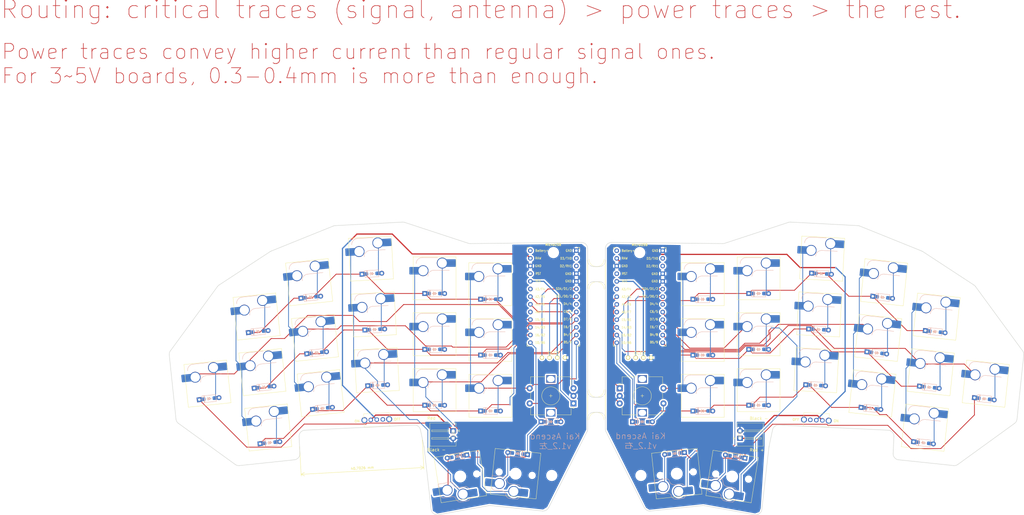
<source format=kicad_pcb>
(kicad_pcb (version 20221018) (generator pcbnew)
  (title_block (title "Kai Ascend") (date "2024-02-16") (rev "v1.2") (comment 1 "Author: Kai H. Chang"))
  (layers (0 "F.Cu" jumper) (31 "B.Cu" signal) (34 "B.Paste" user) (35 "F.Paste" user) (36 "B.SilkS" user "B.Silkscreen") (37 "F.SilkS" user "F.Silkscreen") (38 "B.Mask" user) (39 "F.Mask" user) (44 "Edge.Cuts" user))
  (net 0 "")
  (net 1 "RAW_l")
  (net 2 "Net-(D1-A)")
  (net 3 "Row 1_r")
  (net 4 "Net-(D1_r1-A)")
  (net 5 "Net-(D2-A)")
  (net 6 "Net-(D2_r1-A)")
  (net 7 "Net-(D3-A)")
  (net 8 "Net-(D3_r1-A)")
  (net 9 "Battery_Vin_l")
  (net 10 "Net-(D4-A)")
  (net 11 "Net-(D4_r1-A)")
  (net 12 "Net-(D5-A)")
  (net 13 "Net-(D5_r1-A)")
  (net 14 "Net-(D6-A)")
  (net 15 "Row 2_r")
  (net 16 "Net-(D6_r1-A)")
  (net 17 "Net-(D7-A)")
  (net 18 "Net-(D7_r1-A)")
  (net 19 "Net-(D8-A)")
  (net 20 "Net-(D8_r1-A)")
  (net 21 "Net-(D9-A)")
  (net 22 "Net-(D9_r1-A)")
  (net 23 "Net-(D10-A)")
  (net 24 "Net-(D10_r1-A)")
  (net 25 "Net-(D11-A)")
  (net 26 "Row 3_r")
  (net 27 "Net-(D11_r1-A)")
  (net 28 "Net-(D12-A)")
  (net 29 "Net-(D12_r1-A)")
  (net 30 "Net-(D13-A)")
  (net 31 "Net-(D13_r1-A)")
  (net 32 "RAW_r")
  (net 33 "Net-(D14-A)")
  (net 34 "Net-(D14_r1-A)")
  (net 35 "Net-(D15-A)")
  (net 36 "Net-(D15_r1-A)")
  (net 37 "Net-(D16-A)")
  (net 38 "Row 0_r")
  (net 39 "Net-(D16_r1-A)")
  (net 40 "Net-(D17-A)")
  (net 41 "Net-(D17_r1-A)")
  (net 42 "Net-(D18-A)")
  (net 43 "Row 2_l")
  (net 44 "Row 3_l")
  (net 45 "Row 0_l")
  (net 46 "SDA_l")
  (net 47 "SCL_l")
  (net 48 "Col 1_r")
  (net 49 "Col 2_r")
  (net 50 "Col 3_r")
  (net 51 "Col 4_r")
  (net 52 "Vout(3.3V)_l")
  (net 53 "Col 0_l")
  (net 54 "Vout(3.3V)_r")
  (net 56 "SCL_r")
  (net 59 "SDA_r")
  (net 65 "Net-(D18_r1-A)")
  (net 70 "Col 0_r")
  (net 71 "Col 4_l")
  (net 72 "Col 3_l")
  (net 73 "Col 2_l")
  (net 74 "Col 1_l")
  (net 75 "Battery_Vin_r")
  (net 76 "Row 1_l")
  (net 77 "EC_B_l")
  (net 78 "EC_A_l")
  (net 79 "Net-(D19-A)")
  (net 80 "Net-(D20-A)")
  (net 84 "EC_A_r")
  (net 85 "EC_B_r")
  (net 87 "GND_l")
  (net 88 "GND_r")
  (footprint "ScottoKeebs_Hotswap:Hotswap_MX_Plated_1.00u" (layer "F.Cu") (at 110.558296 165.082171 6)
    (fp_text reference "S4" hide)
    (fp_text value "Keyswitch")
  )
  (footprint "custom_components:Compatible_diode_TH_SMD" (layer "F.Cu") (at 291.811917 151.094214 177)
    (fp_text reference "D11_r1" hide)
    (fp_text value "Diode")
  )
  (footprint "custom_components:Compatible_diode_TH_SMD" (layer "F.Cu") (at 173.109127 174.690529 9)
    (fp_text reference "D14" hide)
    (fp_text value "Diode")
  )
  (footprint "ScottoKeebs_Hotswap:Hotswap_MX_Plated_1.00u" (layer "F.Cu") (at 310.650787 153.791685 -6)
    (fp_text reference "S14_r1" hide)
    (fp_text value "Keyswitch")
  )
  (footprint "ScottoKeebs_Hotswap:Hotswap_MX_Plated_1.00u" (layer "F.Cu") (at 165.645885 115.702257)
    (fp_text reference "S11" hide)
    (fp_text value "Keyswitch")
  )
  (footprint "custom_components:Compatible_diode_TH_SMD" (layer "F.Cu") (at 124.624249 121.925463 -174)
    (fp_text reference "D5" hide)
    (fp_text value "Diode")
  )
  (footprint "custom_components:Compatible_diode_TH_SMD" (layer "F.Cu") (at 165.645885 120.702257 180)
    (fp_text reference "D11" hide)
    (fp_text value "Diode")
  )
  (footprint "custom_components:Compatible_diode_TH_SMD" (layer "F.Cu") (at 327.533779 170.146027 174)
    (fp_text reference "D17_r1" hide)
    (fp_text value "Diode")
  )
  (footprint "ScottoKeebs_Hotswap:Hotswap_MX_Plated_1.00u" (layer "F.Cu") (at 106.695971 128.334586 6)
    (fp_text reference "S2" hide)
    (fp_text value "Keyswitch")
  )
  (footprint "ScottoKeebs_Hotswap:Hotswap_MX_Plated_1.00u" (layer "F.Cu") (at 254.445885 136.102257)
    (fp_text reference "S2_r1" hide)
    (fp_text value "Keyswitch")
  )
  (footprint "MountingHole:MountingHole_3.2mm_M3" (layer "F.Cu") (at 350.191813 131.436421)
    (fp_text reference "H7" hide)
    (fp_text value "Mounting_Hole")
  )
  (footprint "MountingHole:MountingHole_3.2mm_M3" (layer "F.Cu") (at 205.010885 107.152257)
    (fp_text reference "H6" hide)
    (fp_text value "Mounting_Hole")
  )
  (footprint "MountingHole:MountingHole_3.2mm_M3" (layer "F.Cu") (at 204.459313 180.966421)
    (fp_text reference "H4" hide)
    (fp_text value "Mounting_Hole")
  )
  (footprint "custom_components:Compatible_diode_TH_SMD" (layer "F.Cu") (at 254.445885 141.102257 180)
    (fp_text reference "D2_r1" hide)
    (fp_text value "Diode")
  )
  (footprint "custom_components:Compatible_diode_TH_SMD" (layer "F.Cu") (at 184.145885 122.602257 180)
    (fp_text reference "D15" hide)
    (fp_text value "Diode")
  )
  (footprint "kbd:OLED_v2" (layer "F.Cu") (at 205.014504 141.943686)
    (fp_text reference "OL1")
    (fp_text value "OLED" hide)
  )
  (footprint "custom_components:Compatible_diode_TH_SMD" (layer "F.Cu") (at 193.184301 173.709832 -6)
    (fp_text reference "D18" hide)
    (fp_text value "Diode")
  )
  (footprint "custom_components:Compatible_diode_TH_SMD" (layer "F.Cu") (at 184.145885 159.602257 180)
    (fp_text reference "D17" hide)
    (fp_text value "Diode")
  )
  (footprint "ScottoKeebs_Hotswap:Hotswap_Choc_V1_Plated_1.00u" (layer "F.Cu") (at 245.85397 180.365317 -174)
    (fp_text reference "S4_r1" hide)
    (fp_text value "Keyswitch")
  )
  (footprint "ScottoKeebs_Hotswap:Hotswap_MX_Plated_1.00u" (layer "F.Cu") (at 314.518342 116.994374 -6)
    (fp_text reference "S12_r1" hide)
    (fp_text value "Keyswitch")
  )
  (footprint "MountingHole:MountingHole_3.2mm_M3" (layer "F.Cu") (at 164.028385 103.922257)
    (fp_text reference "H2" hide)
    (fp_text value "Mounting_Hole")
  )
  (footprint "custom_components:Compatible_diode_TH_SMD" (layer "F.Cu") (at 331.401332 133.348719 174)
    (fp_text reference "D15_r1" hide)
    (fp_text value "Diode")
  )
  (footprint "custom_components:Switch_slide_TH_5P" (layer "F.Cu") (at 146.515013 162.491046 -177.5)
    (fp_text reference "5feet_power1" hide)
    (fp_text value "B5B-XH-A_LF__SN_")
  )
  (footprint "ScottoKeebs_Hotswap:Hotswap_MX_Plated_1.00u" (layer "F.Cu") (at 331.923974 128.376109 -6)
    (fp_text reference "S15_r1" hide)
    (fp_text value "Keyswitch")
  )
  (footprint "Panelization:mouse-bite-5mm-slot" (layer "F.Cu") (at 219.260885 157.557257 90)
    (fp_text reference "mouse-bite-5mm-slot" hide)
    (fp_text value "VAL**" hide)
  )
  (footprint "ScottoKeebs_Hotswap:Hotswap_MX_Plated_1.00u" (layer "F.Cu") (at 184.095885 117.602257)
    (fp_text reference "S15" hide)
    (fp_text value "Keyswitch")
  )
  (footprint "ScottoKeebs_Hotswap:Hotswap_MX_Plated_1.00u" (layer "F.Cu") (at 145.546799 127.623898 3)
    (fp_text reference "S9" hide)
    (fp_text value "Keyswitch")
  )
  (footprint "ScottoKeebs_Hotswap:Hotswap_MX_Plated_1.00u" (layer "F.Cu") (at 254.445885 154.602257)
    (fp_text reference "S3_r1" hide)
    (fp_text value "Keyswitch")
  )
  (footprint "custom_components:Pro Micro nRF52840" (layer "F.Cu") (at 205.010885 105.247257)
    (fp_text reference "Pro_Micro_nRF58240_flip1" hide)
    (fp_text value "~" hide)
  )
  (footprint "ScottoKeebs_Hotswap:Hotswap_MX_Plated_1.00u" (layer "F.Cu") (at 272.945885 115.702257)
    (fp_text reference "S5_r1" hide)
    (fp_text value "Keyswitch")
  )
  (footprint "ScottoKeebs_Hotswap:Hotswap_MX_Plated_1.00u" (layer "F.Cu") (at 292.073598 146.101066 -3)
    (fp_text reference "S11_r1" hide)
    (fp_text value "Keyswitch")
  )
  (footprint "ScottoKeebs_Hotswap:Hotswap_MX_Plated_1.00u" (layer "F.Cu") (at 272.945885 134.202257)
    (fp_text reference "S6_r1" hide)
    (fp_text value "Keyswitch")
  )
  (footprint "custom_components:Compatible_diode_TH_SMD" (layer "F.Cu") (at 329.467557 151.747374 174)
    (fp_text reference "D16_r1" hide)
    (fp_text value "Diode")
  )
  (footprint "ScottoKeebs_Hotswap:Hotswap_MX_Plated_1.00u" (layer "F.Cu") (at 348.168 150.570656 -6)
    (fp_text reference "S18_r1" hide)
    (fp_text value "Keyswitch")
  )
  (footprint "ScottoKeebs_Hotswap:Hotswap_MX_Plated_1.00u" (layer "F.Cu") (at 184.145885 154.602257)
    (fp_text reference "S17" hide)
    (fp_text value "Keyswitch")
  )
  (footprint "custom_components:Compatible_diode_TH_SMD" (layer "F.Cu") (at 126.558026 140.324117 -174)
    (fp_text reference "D6" hide)
    (fp_text value "Diode")
  )
  (footprint "ScottoKeebs_Hotswap:Hotswap_MX_Plated_1.00u" (layer "F.Cu") (at 328.034172 165.145942 -6)
    (fp_text reference "S17_r1" hide)
    (fp_text value "Keyswitch")
  )
  (footprint "custom_components:Compatible_diode_TH_SMD" (layer "F.Cu") (at 204.145885 163.174757 180)
    (fp_text reference "D19" hide)
    (fp_text value "Diode")
  )
  (footprint "Rotary_Encoder:RotaryEncoder_Alps_EC12E-Switch_Vertical_H20mm" (layer "F.Cu") (at 211.645885 157.102257 180)
    (fp_text reference "SW1" hide)
    (fp_text value "RotaryEncoder_Switch")
  )
  (footprint "custom_components:Compatible_diode_TH_SMD" (layer "F.Cu") (at 272.945885 139.202257 180)
    (fp_text reference "D6_r1" hide)
    (fp_text value "Diode")
  )
  (footprint "ScottoKeebs_Hotswap:Hotswap_MX_Plated_1.00u" (layer "F.Cu") (at 108.629749 146.733241 6)
    (fp_text reference "S3" hide)
    (fp_text value "Keyswitch")
  )
  (footprint "custom_components:Compatible_diode_TH_SMD" (layer "F.Cu") (at 312.061923 140.365639 174)
    (fp_text reference "D13_r1" hide)
    (fp_text value "Diode")
  )
  (footprint "ScottoKeebs_Hotswap:Hotswap_Choc_V1_Plated_1.00u" (layer "F.Cu") (at 192.483958 180.373125 174)
    (fp_text reference "S18" hide)
    (fp_text value "Keyswitch")
  )
  (footprint "ScottoKeebs_Hotswap:Hotswap_MX_Plated_1.00u" (layer "F.Cu") (at 144.578583 109.149252 3)
    (fp_text reference "S8" hide)
    (fp_text value "Keyswitch")
  )
  (footprint "MountingHole:MountingHole_3.2mm_M3" (layer "F.Cu") (at 88.396799 131.433898)
    (fp_text reference "H1" hide)
    (fp_text value "Mounting_Hole")
  )
  (footprint "custom_components:Compatible_diode_TH_SMD" (layer "F.Cu") (at 272.945885 157.702257 180)
    (fp_text reference "D7_r1" hide)
    (fp_text value "Diode")
  )
  (footprint "custom_components:Pro Micro nRF52840" (layer "F.Cu") (at 233.610885 105.272257)
    (fp_text reference "Pro_Micro_nRF58240_flip2" hide)
    (fp_text value "~" hide)
  )
  (footprint "MountingHole:MountingHole_3.2mm_M3" (layer "F.Cu") (at 338.761813 172.393921)
    (fp_text reference "H9" hide)
    (fp_text value "Mounting_Hole")
  )
  (footprint "ScottoKeebs_Hotswap:Hotswap_MX_Plated_1.00u" (layer "F.Cu") (at 90.429697 150.556613 6)
    (fp_text reference "S1" hide)
    (fp_text value "Keyswitch")
  )
  (footprint "ScottoKeebs_Hotswap:Hotswap_MX_Plated_1.00u" (layer "F.Cu") (at 254.445885 117.602257)
    (fp_text reference "S1_r1" hide)
    (fp_text value "Keyswitch")
  )
  (footprint "custom_components:Compatible_diode_TH_SMD" (layer "F.Cu") (at 90.952339 155.529218 -174)
    (fp_text reference "D1" hide)
    (fp_text value "Diode")
  )
  (footprint "custom_components:Compatible_diode_TH_SMD" (layer "F.Cu") (at 310.128144 158.764294 174)
    (fp_text reference "D14_r1" hide)
    (fp_text value "Diode")
  )
  (footprint "custom_components:Compatible_diode_TH_SMD" (layer "F.Cu") (at 107.218615 133.307196 -174)
    (fp_text reference "D2" hide)
    (fp_text value "Diode")
  )
  (footprint "MountingHole:MountingHole_3.2mm_M3" (layer "F.Cu") (at 233.585885 107.152257)
    (fp_text reference "H12" hide)
    (fp_text value "Mounting_Hole")
  )
  (footprint "ScottoKeebs_Hotswap:Hotswap_Choc_V1_Plated_1.00u" (layer "F.Cu") (at 174.157238 181.30804 -171)
    (fp_text reference "S14" hide)
    (fp_text value "Keyswitch")
  )
  (footprint "custom_components:Compatible_diode_TH_SMD" (layer "F.Cu") (at 111.086168 170.104507 -174)
    (fp_text reference "D4" hide)
    (fp_text value "Diode")
  )
  (footprint "custom_components:Compatible_diode_TH_SMD" (layer "F.Cu") (at 245.153627 173.702019 6)
    (fp_text reference "D4_r1" hide)
    (fp_text value "Diode")
  )
  (footprint "custom_components:Compatible_diode_TH_SMD" (layer "F.Cu") (at 184.145885 141.102257 180)
    (fp_text reference "D16" hide)
    (fp_text value "Diode")
  )
  (footprint "ScottoKeebs_Hotswap:Hotswap_MX_Plated_1.00u" (layer "F.Cu") (at 126.035384 135.351508 6)
    (fp_text reference "S6" hide)
    (fp_text value "Keyswitch")
  )
  (footprint "MountingHole:MountingHole_3.2mm_M3" (layer "F.Cu") (at 98.874299 172.391398)
    (fp_text reference "H3" hide)
    (fp_text value "Mounting_Hole")
  )
  (footprint "ScottoKeebs_Hotswap:Hotswap_MX_Plated_1.00u" (layer "F.Cu") (at 165.645885 134.202257)
    (fp_text reference "S12" hide)
    (fp_text value "Keyswitch")
  )
  (footprint "kbd:OLED_v2" (layer "F.Cu") (at 233.524504 141.943686)
    (fp_text reference "OL2")
    (fp_text value "OLED" hide)
  )
  (footprint "ScottoKeebs_Hotswap:Hotswap_MX_Plated_1.00u" (layer "F.Cu") (at 184.145885 136.102257)
    (fp_text reference "S16" hide)
    (fp_text value "Keyswitch")
  )
  (footprint "custom_components:Compatible_diode_TH_SMD" (layer "F.Cu") (at 234.446385 163.174757 180)
    (fp_text reference "D20" hide)
    (fp_text value "Diode")
  )
  (footprint "custom_components:Compatible_diode_TH_SMD" (layer "F.Cu") (at 254.445885 159.602257 180)
    (fp_text reference "D3_r1" hide)
    (fp_text value "Diode")
  )
  (footprint "custom_components:Compatible_diode_TH_SMD" (layer "F.Cu") (at 128.491802 158.722774 -174)
    (fp_text reference "D7" hide)
    (fp_text value "Diode")
  )
  (footprint "custom_components:Compatible_diode_TH_SMD" (layer "F.Cu") (at 145.808481 132.617045 -177)
    (fp_text reference "D9" hide)
    (fp_text value "Diode")
  )
  (footprint "custom_components:Compatible_diode_TH_SMD" (layer "F.Cu") (at 146.776694 151.091693 -177)
    (fp_text reference "D10" hide)
    (fp_text value "Diode")
  )
  (footprint "custom_components:Compatible_diode_TH_SMD" (layer "F.Cu") (at 265.228179 174.701956 -9)
    (fp_text reference "D8_r1" hide)
    (fp_text value "Diode")
  )
  (footprint "ScottoKeebs_Hotswap:Hotswap_MX_Plated_1.00u" (layer "F.Cu") (at 165.645885 152.702257)
    (fp_text reference "S13" hide)
    (fp_text value "Keyswitch")
  )
  (footprint "ScottoKeebs_Hotswap:Hotswap_MX_Plated_1.00u" (layer "F.Cu") (at 127.914207 153.705664 6)
    (fp_text reference "S7" hide)
    (fp_text value "Keyswitch")
  )
  (footprint "MountingHole:MountingHole_3.2mm_M3" (layer "F.Cu") (at 145.546799 157.151398)
    (fp_text reference "H5" hide)
    (fp_text value "Mounting_Hole")
  )
  (footprint "ScottoKeebs_Hotswap:Hotswap_MX_Plated_1.00u" (layer "F.Cu") (at 294.01003 109.151774 -3)
    (fp_text reference "S9_r1" hide)
    (fp_text value "Keyswitch")
  )
  (footprint "custom_components:Compatible_diode_TH_SMD" (layer "F.Cu") (at 144.840263 114.142398 -177)
    (fp_text reference "D8" hide)
    (fp_text value "Diode")
  )
  (footprint "MountingHole:MountingHole_3.2mm_M3" (layer "F.Cu") (at 273.590885 104.294757)
    (fp_text reference "H8" hide)
    (fp_text value "Mounting_Hole")
  )
  (footprint "ScottoKeebs_Hotswap:Hotswap_MX_Plated_1.00u" (layer "F.Cu") (at 312.584563 135.39303 -6)
    (fp_text reference "S13_r1" hide)
    (fp_text value "Keyswitch")
  )
  (footprint "ScottoKeebs_Hotswap:Hotswap_MX_Plated_1.00u" (layer "F.Cu") (at 272.945885 152.702257)
    (fp_text reference "S7_r1" hide)
    (fp_text value "Keyswitch")
  )
  (footprint "custom_components:JST_XH_2.54mm_vertical" (layer "F.Cu") (at 171.305885 167.422257 -90)
    (fp_text reference "BT1")
    (fp_text value "Battery_Cell")
  )
  (footprint "ScottoKeebs_Hotswap:Hotswap_MX_Plated_1.00u" (layer "F.Cu") (at 124.101606 116.952853 6)
    (fp_text reference "S5" hide)
    (fp_text value "Keyswitch")
  )
  (footprint "custom_components:Compatible_diode_TH_SMD" (layer "F.Cu") (at 254.445885 122.602257 180)
    (fp_text reference "D1_r1" hide)
    (fp_text value "Diode")
  )
  (footprint "custom_components:Compatible_diode_TH_SMD" (layer "F.Cu") (at 109.15239 151.705851 -174)
    (fp_text reference "D3" hide)
    (fp_text value "Diode")
  )
  (footprint "MountingHole:MountingHole_3.2mm_M3" (layer "F.Cu") (at 293.041813 157.153921)
    (fp_text reference "H11" hide)
    (fp_text value "Mounting_Hole")
  )
  (footprint "custom_components:Compatible_diode_TH_SMD" (layer "F.Cu") (at 293.748348 114.144922 177)
    (fp_text reference "D9_r1" hide)
    (fp_text value "Diode")
  )
  (footprint "ScottoKeebs_Hotswap:Hotswap_Choc_V1_Plated_1.00u" (layer "F.Cu") (at 264.180068 181.319468 171)
    (fp_text reference "S8_r1" hide)
    (fp_text value "Keyswitch")
  )
  (footprint "custom_components:Compatible_diode_TH_SMD" (layer "F.Cu") (at 313.995697 121.966984 174)
    (fp_text reference "D12_r1" hide)
    (fp_text value "Diode")
  )
  (footprint "custom_components:Switch_slide_TH_5P" (layer "F.Cu") (at 292.073598 162.643566 -2.5)
    (fp_text reference "5feet_power2" hide)
    (fp_text value "B5B-XH-A_LF__SN_")
  )
  (footprint "custom_components:Compatible_diode_TH_SMD" (layer "F.Cu") (at 292.780134 132.619568 177)
    (fp_text reference "D10_r1" hide)
    (fp_text value "Diode")
  )
  (footprint "custom_components:Compatible_diode_TH_SMD" (layer "F.Cu") (at 347.667607 155.570743 174)
    (fp_text reference "D18_r1" hide)
    (fp_text value "Diode")
  )
  (footprint "ScottoKeebs_Hotswap:Hotswap_MX_Plated_1.00u" (layer "F.Cu") (at 293.041813 127.626421 -3)
    (fp_text reference "S10_r1" hide)
    (fp_text value "Keyswitch")
  )
  (footprint "custom_components:Compatible_diode_TH_SMD" (layer "F.Cu") (at 165.645885 157.702257 180)
    (fp_text reference "D13" hide)
    (fp_text value "Diode")
  )
  (footprint "ScottoKeebs_Hotswap:Hotswap_MX_Plated_1.00u" (layer "F.Cu") (at 146.515013 146.098546 3)
    (fp_text reference "S10" hide)
    (fp_text value "Keyswitch")
  )
  (footprint "ScottoKeebs_Hotswap:Hotswap_MX_Plated_1.00u" (layer "F.Cu") (at 329.9902 146.774764 -6)
    (fp_text reference "S16_r1" hide)
    (fp_text value "Keyswitch")
  )
  (footprint "Rotary_Encoder:RotaryEncoder_Alps_EC12E-Switch_Vertical_H20mm" (layer "F.Cu") (at 226.946385 152.102257)
    (fp_text reference "SW2" hide)
    (fp_text value "RotaryEncoder_Switch")
  )
  (footprint "custom_components:Compatible_diode_TH_SMD" (layer "F.Cu") (at 165.645885 139.202257 180)
    (fp_text reference "D12" hide)
    (fp_text value "Diode")
  )
  (footprint "Panelization:mouse-bite-5mm-slot" (layer "F.Cu") (at 219.290885 114.31777 90)
    (fp_text reference "mouse-bite-5mm-slot" hide)
    (fp_text value "VAL**" hide)
  )
  (footprint "custom_components:JST_XH_2.54mm_vertical" (layer "F.Cu") (at 267.285885 167.422257 90)
    (fp_text reference "BT2")
    (fp_text value "Battery_Cell")
  )
  (footprint "custom_components:Compatible_diode_TH_SMD" (layer "F.Cu") (at 272.945885 120.702257 180)
    (fp_text reference "D5_r1" hide)
    (fp_text value "Diode")
  )
  (footprint "MountingHole:MountingHole_3.2mm_M3" (layer "F.Cu") (at 233.986813 180.966421)
    (fp_text reference "H10" hide)
    (fp_text value "Mounting_Hole")
  )
  (gr_line (start 216.320885 109.60777) (end 216.320885 119.13277) (stroke (width 0.15)) (layer "F.SilkS"))
  (gr_line (start 222.220885 161.99527) (end 222.220885 152.47027) (stroke (width 0.15)) (layer "F.SilkS"))
  (gr_line (start 222.220885 109.60777) (end 222.220885 119.13277) (stroke (width 0.15)) (layer "F.SilkS"))
  (gr_line (start 216.320885 153.077257) (end 216.320885 162.602257) (stroke (width 0.15)) (layer "F.SilkS"))
  (gr_arc locked (start 214.300478 103.797874) (mid 215.727865 104.37636) (end 216.320885 105.79777) (stroke (width 0.15)) (layer "Edge.Cuts"))
  (gr_line locked (start 162.131543 171.368627) (end 160.962892 165.841942) (stroke (width 0.15)) (layer "Edge.Cuts"))
  (gr_arc locked (start 111.208096 106.824862) (mid 111.377003 106.725861) (end 111.554779 106.643849) (stroke (width 0.15)) (layer "Edge.Cuts"))
  (gr_line locked (start 94.271336 117.899992) (end 111.208095 106.824861) (stroke (width 0.15)) (layer "Edge.Cuts"))
  (gr_line locked (start 222.220885 165.600589) (end 222.220885 162.077257) (stroke (width 0.15)) (layer "Edge.Cuts"))
  (gr_line locked (start 222.220885 109.777257) (end 222.220885 105.79777) (stroke (width 0.15)) (layer "Edge.Cuts"))
  (gr_arc locked (start 305.801885 98.223489) (mid 306.129396 98.268002) (end 306.445104 98.365847) (stroke (width 0.15)) (layer "Edge.Cuts"))
  (gr_line locked (start 120.778992 168.063478) (end 121.037173 173.69168) (stroke (width 0.15)) (layer "Edge.Cuts"))
  (gr_line locked (start 235.139843 191.640325) (end 222.435886 166.502684) (stroke (width 0.15)) (layer "Edge.Cuts"))
  (gr_arc locked (start 121.037173 173.69168) (mid 120.555862 175.087201) (end 119.248331 175.772373) (stroke (width 0.15)) (layer "Edge.Cuts"))
  (gr_arc locked (start 183.603265 190.936028) (mid 183.884569 190.905624) (end 184.167348 190.915221) (stroke (width 0.15)) (layer "Edge.Cuts"))
  (gr_line locked (start 283.540261 97.056807) (end 305.801885 98.223489) (stroke (width 0.15)) (layer "Edge.Cuts"))
  (gr_line locked (start 306.445104 98.365847) (end 326.985979 106.647873) (stroke (width 0.15)) (layer "Edge.Cuts"))
  (gr_line locked (start 271.680144 193.955847) (end 254.938505 190.936028) (stroke (width 0.15)) (layer "Edge.Cuts"))
  (gr_arc locked (start 338.922422 177.325361) (mid 338.265612 177.637605) (end 337.540577 177.694353) (stroke (width 0.15)) (layer "Edge.Cuts"))
  (gr_arc locked (start 132.096666 98.365847) (mid 132.412374 98.268002) (end 132.739885 98.223489) (stroke (width 0.15)) (layer "Edge.Cuts"))
  (gr_arc locked (start 237.133899 192.727274) (mid 235.967626 192.494287) (end 235.139843 191.640325) (stroke (width 0.15)) (layer "Edge.Cuts"))
  (gr_line locked (start 276.379857 171.55562) (end 274.022273 192.214379) (stroke (width 0.15)) (layer "Edge.Cuts"))
  (gr_line locked (start 218.320885 111.777257) (end 220.220885 111.777257) (stroke (width 0.15)) (layer "Edge.Cuts"))
  (gr_arc locked (start 326.98598 106.647872) (mid 327.163757 106.729883) (end 327.332663 106.828884) (stroke (width 0.15)) (layer "Edge.Cuts"))
  (gr_line locked (start 132.739885 98.223489) (end 155.001509 97.056807) (stroke (width 0.15)) (layer "Edge.Cuts"))
  (gr_arc locked (start 177.451277 104.173886) (mid 177.125031 104.150468) (end 176.806965 104.074186) (stroke (width 0.15)) (layer "Edge.Cuts"))
  (gr_line locked (start 337.540577 177.694353) (end 319.292427 175.776396) (stroke (width 0.15)) (layer "Edge.Cuts"))
  (gr_line locked (start 220.220885 160.077257) (end 218.320885 160.077257) (stroke (width 0.15)) (layer "Edge.Cuts"))
  (gr_arc locked (start 261.734805 104.074186) (mid 261.41674 104.150468) (end 261.090494 104.173886) (stroke (width 0.15)) (layer "Edge.Cuts"))
  (gr_line locked (start 261.734805 104.074186) (end 282.811685 97.15387) (stroke (width 0.15)) (layer "Edge.Cuts"))
  (gr_arc locked (start 222.220885 105.79777) (mid 222.813905 104.37636) (end 224.241292 103.797874) (stroke (width 0.15)) (layer "Edge.Cuts"))
  (gr_line locked (start 99.618335 177.321337) (end 80.827752 163.718454) (stroke (width 0.15)) (layer "Edge.Cuts"))
  (gr_line locked (start 119.248331 175.772373) (end 101.000181 177.69033) (stroke (width 0.15)) (layer "Edge.Cuts"))
  (gr_arc locked (start 80.827751 163.718454) (mid 80.269327 163.099898) (end 80.011496 162.307459) (stroke (width 0.15)) (layer "Edge.Cuts"))
  (gr_line locked (start 317.503585 173.695703) (end 317.761766 168.067501) (stroke (width 0.15)) (layer "Edge.Cuts"))
  (gr_arc locked (start 274.022272 192.21438) (mid 273.228525 193.592573) (end 271.680144 193.955847) (stroke (width 0.15)) (layer "Edge.Cuts"))
  (gr_line locked (start 158.910292 164.253931) (end 122.682036 165.97408) (stroke (width 0.15)) (layer "Edge.Cuts"))
  (gr_arc locked (start 216.320885 165.600588) (mid 216.266393 166.06427) (end 216.105885 166.502684) (stroke (width 0.15)) (layer "Edge.Cuts"))
  (gr_line locked (start 80.011496 162.307459) (end 77.781312 141.088665) (stroke (width 0.15)) (layer "Edge.Cuts"))
  (gr_arc locked (start 358.529261 162.311483) (mid 358.271408 163.103914) (end 357.713005 163.722477) (stroke (width 0.15)) (layer "Edge.Cuts"))
  (gr_arc locked (start 166.861625 193.955849) (mid 165.313244 193.592573) (end 164.519497 192.214379) (stroke (width 0.15)) (layer "Edge.Cuts"))
  (gr_arc locked (start 158.911306 164.257955) (mid 160.228413 164.672638) (end 160.962892 165.841942) (stroke (width 0.15)) (layer "Edge.Cuts"))
  (gr_line locked (start 216.320885 153.077257) (end 216.320885 118.777257) (stroke (width 0.15)) (layer "Edge.Cuts"))
  (gr_line locked (start 344.78869 118.396589) (end 360.384246 139.702316) (stroke (width 0.15)) (layer "Edge.Cuts"))
  (gr_arc locked (start 222.220885 153.077257) (mid 221.635099 154.491471) (end 220.220885 155.077257) (stroke (width 0.15)) (layer "Edge.Cuts"))
  (gr_line locked (start 78.156512 139.698293) (end 93.752068 118.392566) (stroke (width 0.15)) (layer "Edge.Cuts"))
  (gr_arc locked (start 222.435885 166.502685) (mid 222.275377 166.064271) (end 222.220885 165.600589) (stroke (width 0.15)) (layer "Edge.Cuts"))
  (gr_line locked (start 177.451276 104.173886) (end 214.300478 103.797874) (stroke (width 0.15)) (layer "Edge.Cuts"))
  (gr_line locked (start 111.554779 106.643849) (end 132.095654 98.361824) (stroke (width 0.15)) (layer "Edge.Cuts"))
  (gr_line locked (start 327.332663 106.828884) (end 344.269421 117.904015) (stroke (width 0.15)) (layer "Edge.Cuts"))
  (gr_line locked (start 357.713005 163.722477) (end 338.922423 177.325361) (stroke (width 0.15)) (layer "Edge.Cuts"))
  (gr_arc locked (start 218.320885 111.777257) (mid 216.906671 111.191471) (end 216.320885 109.777257) (stroke (width 0.15)) (layer "Edge.Cuts"))
  (gr_arc locked (start 319.292427 175.776396) (mid 317.984914 175.091199) (end 317.503585 173.695703) (stroke (width 0.15)) (layer "Edge.Cuts"))
  (gr_line locked (start 222.220885 118.777257) (end 222.220885 153.077257) (stroke (width 0.15)) (layer "Edge.Cuts"))
  (gr_arc locked (start 222.220885 109.777257) (mid 221.635099 111.191471) (end 220.220885 111.777257) (stroke (width 0.15)) (layer "Edge.Cuts"))
  (gr_line locked (start 164.519497 192.214379) (end 162.161913 171.55562) (stroke (width 0.15)) (layer "Edge.Cuts"))
  (gr_line locked (start 216.105884 166.502684) (end 203.401927 191.640325) (stroke (width 0.15)) (layer "Edge.Cuts"))
  (gr_arc locked (start 220.220885 116.777257) (mid 221.635099 117.363043) (end 222.220885 118.777257) (stroke (width 0.15)) (layer "Edge.Cuts"))
  (gr_line locked (start 216.320885 162.077257) (end 216.320885 165.600589) (stroke (width 0.15)) (layer "Edge.Cuts"))
  (gr_line locked (start 224.241292 103.797874) (end 261.090494 104.173886) (stroke (width 0.15)) (layer "Edge.Cuts"))
  (gr_arc locked (start 218.320885 155.077257) (mid 216.906671 154.491471) (end 216.320885 153.077257) (stroke (width 0.15)) (layer "Edge.Cuts"))
  (gr_arc locked (start 101.00018 177.690331) (mid 100.275139 177.633595) (end 99.618335 177.321337) (stroke (width 0.15)) (layer "Edge.Cuts"))
  (gr_arc locked (start 282.811685 97.15387) (mid 283.171476 97.071581) (end 283.540261 97.056807) (stroke (width 0.15)) (layer "Edge.Cuts"))
  (gr_line locked (start 216.320885 105.79777) (end 216.320885 109.777257) (stroke (width 0.15)) (layer "Edge.Cuts"))
  (gr_arc locked (start 216.320885 162.077257) (mid 216.906671 160.663043) (end 218.320885 160.077257) (stroke (width 0.15)) (layer "Edge.Cuts"))
  (gr_line locked (start 254.374422 190.915221) (end 237.1339 192.727273) (stroke (width 0.15)) (layer "Edge.Cuts"))
  (gr_arc locked (start 277.578878 165.841941) (mid 278.313358 164.672637) (end 279.630465 164.257955) (stroke (width 0.15)) (layer "Edge.Cuts"))
  (gr_line locked (start 277.578878 165.841942) (end 276.410227 171.368627) (stroke (width 0.15)) (layer "Edge.Cuts"))
  (gr_line locked (start 218.320885 116.777257) (end 220.220885 116.777257) (stroke (width 0.15)) (layer "Edge.Cuts"))
  (gr_arc locked (start 315.858722 165.978103) (mid 317.242481 166.629116) (end 317.761766 168.067501) (stroke (width 0.15)) (layer "Edge.Cuts"))
  (gr_arc locked (start 155.001509 97.056807) (mid 155.370294 97.071582) (end 155.730085 97.15387) (stroke (width 0.15)) (layer "Edge.Cuts"))
  (gr_line locked (start 155.730085 97.15387) (end 176.806965 104.074186) (stroke (width 0.15)) (layer "Edge.Cuts"))
  (gr_arc locked (start 77.781312 141.088665) (mid 77.839416 140.358531) (end 78.156512 139.698293) (stroke (width 0.15)) (layer "Edge.Cuts"))
  (gr_arc locked (start 360.384246 139.702316) (mid 360.701331 140.36256) (end 360.759446 141.092689) (stroke (width 0.15)) (layer "Edge.Cuts"))
  (gr_arc locked (start 276.379857 171.555621) (mid 276.392827 171.461764) (end 276.410227 171.368627) (stroke (width 0.15)) (layer "Edge.Cuts"))
  (gr_arc locked (start 120.778992 168.063478) (mid 121.298295 166.625125) (end 122.682036 165.97408) (stroke (width 0.15)) (layer "Edge.Cuts"))
  (gr_line locked (start 315.858722 165.978103) (end 279.630465 164.257955) (stroke (width 0.15)) (layer "Edge.Cuts"))
  (gr_arc locked (start 254.374422 190.915221) (mid 254.657201 190.905624) (end 254.938505 190.936028) (stroke (width 0.15)) (layer "Edge.Cuts"))
  (gr_arc locked (start 93.752067 118.392566) (mid 93.989489 118.122863) (end 94.271336 117.899992) (stroke (width 0.15)) (layer "Edge.Cuts"))
  (gr_line locked (start 220.220885 155.077257) (end 218.320885 155.077257) (stroke (width 0.15)) (layer "Edge.Cuts"))
  (gr_arc locked (start 216.320885 118.777257) (mid 216.906671 117.363043) (end 218.320885 116.777257) (stroke (width 0.15)) (layer "Edge.Cuts"))
  (gr_arc locked (start 220.220885 160.077257) (mid 221.635099 160.663043) (end 222.220885 162.077257) (stroke (width 0.15)) (layer "Edge.Cuts"))
  (gr_arc locked (start 162.131543 171.368626) (mid 162.148943 171.461763) (end 162.161913 171.55562) (stroke (width 0.15)) (layer "Edge.Cuts"))
  (gr_line locked (start 360.759446 141.092689) (end 358.529261 162.311482) (stroke (width 0.15)) (layer "Edge.Cuts"))
  (gr_arc locked (start 344.269421 117.904015) (mid 344.551269 118.126884) (end 344.78869 118.396589) (stroke (width 0.15)) (layer "Edge.Cuts"))
  (gr_arc locked (start 203.401926 191.640325) (mid 202.574143 192.494287) (end 201.40787 192.727273) (stroke (width 0.15)) (layer "Edge.Cuts"))
  (gr_line locked (start 201.40787 192.727273) (end 184.167348 190.915221) (stroke (width 0.15)) (layer "Edge.Cuts"))
  (gr_line locked (start 183.603265 190.936028) (end 166.861626 193.955847) (stroke (width 0.15)) (layer "Edge.Cuts"))
  (gr_text "Routing: critical traces (signal, antenna) > power traces > the rest." (at 21.728389 30.107265) (layer "F.Cu") (effects (font (size 6 6) (thickness 0.2) bold) (justify left bottom)))
  (gr_text "Power traces convey higher current than regular signal ones.\nFor 3~5V boards, 0.3-0.4mm is more than enough." (at 22.038389 51.547265) (layer "F.Cu") (effects (font (size 5 5) (thickness 0.2) bold) (justify left bottom)))
  (gr_text "Kai Ascend\nv1.2_左" (at 205.554299 172.391398) (layer "B.SilkS") (effects (font (size 2 2)) (justify bottom mirror)))
  (gr_text "Kai Ascend\nv1.2_右" (at 233.893385 172.302257) (layer "B.SilkS") (effects (font (size 2 2)) (justify bottom mirror)))
  (gr_text "OFF" (at 284.08841 162.873837 -2) (layer "F.SilkS") (effects (font (size 0.8 0.8) (thickness 0.15) bold) (justify left bottom)))
  (gr_text "Red +" (at 269.900885 173.137257) (layer "F.SilkS") (effects (font (size 1 1)) (justify left bottom)))
  (gr_text "Black -" (at 269.900885 162.659757) (layer "F.SilkS") (effects (font (size 1 1)) (justify left bottom)))
  (gr_text "Black -" (at 163.120885 173.037257) (layer "F.SilkS") (effects (font (size 1 1)) (justify left bottom)))
  (gr_text "ON" (at 297.680126 163.348469 -2) (layer "F.SilkS") (effects (font (size 0.8 0.8) (thickness 0.15) bold) (justify left bottom)))
  (gr_text "Red +" (at 163.120885 162.559757) (layer "F.SilkS") (effects (font (size 1 1)) (justify left bottom)))
  (gr_text "ON" (at 139.075013 163.518546 2) (layer "F.SilkS") (effects (font (size 0.8 0.8) (thickness 0.15) bold) (justify left bottom)))
  (gr_text "OFF" (at 152.105013 162.858546 2) (layer "F.SilkS") (effects (font (size 0.8 0.8) (thickness 0.15) bold) (justify left bottom)))
  (dimension (type aligned) (layer "F.SilkS") (pts (xy 120.908083 170.877579) (xy 161.547218 168.605285)) (height 9.732807) (gr_text "40.7026 mm" (at 141.717967 178.510542 3.20030015) (layer "F.SilkS") (effects (font (size 0.8 0.8) (thickness 0.15)))) (format (prefix "") (suffix "") (units 3) (units_format 1) (precision 4)) (style (thickness 0.15) (arrow_length 1.27) (text_position_mode 0) (extension_height 0.58642) (extension_offset 0.5) keep_text_aligned))
  (segment (start 139.925885 101.012257) (end 151.635885 101.012257) (width 0.4) (layer "F.Cu") (net 1))
  (segment (start 195.945285 107.612257) (end 197.377285 109.044257) (width 0.4) (layer "F.Cu") (net 1))
  (segment (start 158.235885 107.612257) (end 195.945285 107.612257) (width 0.4) (layer "F.Cu") (net 1))
  (segment (start 151.635885 101.012257) (end 158.235885 107.612257) (width 0.4) (layer "F.Cu") (net 1))
  (segment (start 137.955885 102.982257) (end 139.925885 101.012257) (width 0.4) (layer "F.Cu") (net 1))
  (via (at 137.955885 102.982257) (size 0.4572) (drill 0.254) (layers "F.Cu" "B.Cu") (net 1))
  (segment (start 135.145885 151.121918) (end 135.145885 105.792257) (width 0.4) (layer "B.Cu") (net 1))
  (segment (start 146.515013 162.491046) (end 135.145885 151.121918) (width 0.4) (layer "B.Cu") (net 1))
  (segment (start 135.145885 105.792257) (end 137.955885 102.982257) (width 0.4) (layer "B.Cu") (net 1))
  (segment (start 92.424778 145.238939) (end 93.140287 145.954448) (width 0.254) (layer "B.Cu") (net 2))
  (segment (start 93.140287 145.954448) (end 93.140287 155.299255) (width 0.254) (layer "B.Cu") (net 2))
  (segment (start 297.100525 140.024876) (end 308.819782 140.024876) (width 0.254) (layer "F.Cu") (net 3))
  (segment (start 320.201517 151.406611) (end 326.225416 151.406611) (width 0.254) (layer "F.Cu") (net 3))
  (segment (start 284.739189 132.448953) (end 289.524602 132.448953) (width 0.254) (layer "F.Cu") (net 3))
  (segment (start 251.185885 141.102257) (end 252.285885 142.202257) (width 0.254) (layer "F.Cu") (net 3))
  (segment (start 308.819782 140.024876) (end 320.201517 151.406611) (width 0.254) (layer "F.Cu") (net 3))
  (segment (start 289.524602 132.448953) (end 297.100525 140.024876) (width 0.254) (layer "F.Cu") (net 3))
  (segment (start 252.285885 142.202257) (end 266.685885 142.202257) (width 0.254) (layer "F.Cu") (net 3))
  (segment (start 270.885885 140.402257) (end 276.785885 140.402257) (width 0.254) (layer "F.Cu") (net 3))
  (segment (start 276.785885 140.402257) (end 284.739189 132.448953) (width 0.254) (layer "F.Cu") (net 3))
  (segment (start 266.685885 142.202257) (end 269.685885 139.202257) (width 0.254) (layer "F.Cu") (net 3))
  (segment (start 242.645885 139.902257) (end 243.845885 141.102257) (width 0.254) (layer "F.Cu") (net 3))
  (segment (start 243.845885 141.102257) (end 251.185885 141.102257) (width 0.254) (layer "F.Cu") (net 3))
  (segment (start 269.685885 139.202257) (end 270.885885 140.402257) (width 0.254) (layer "F.Cu") (net 3))
  (segment (start 228.705885 139.902257) (end 242.645885 139.902257) (width 0.254) (layer "F.Cu") (net 3))
  (via (at 228.705885 139.902257) (size 0.4572) (drill 0.254) (layers "F.Cu" "B.Cu") (net 3))
  (segment (start 227.725885 133.677857) (end 225.977285 131.929257) (width 0.254) (layer "B.Cu") (net 3))
  (segment (start 228.705885 139.902257) (end 227.725885 138.922257) (width 0.254) (layer "B.Cu") (net 3))
  (segment (start 227.725885 138.922257) (end 227.725885 133.677857) (width 0.254) (layer "B.Cu") (net 3))
  (segment (start 256.985885 122.262257) (end 256.645885 122.602257) (width 0.254) (layer "B.Cu") (net 4))
  (segment (start 256.985885 112.522257) (end 256.985885 122.262257) (width 0.254) (layer "B.Cu") (net 4))
  (segment (start 109.406563 123.732423) (end 109.406563 133.077233) (width 0.254) (layer "B.Cu") (net 5))
  (segment (start 108.691052 123.016912) (end 109.406563 123.732423) (width 0.254) (layer "B.Cu") (net 5))
  (segment (start 256.985885 131.022257) (end 256.985885 140.762257) (width 0.254) (layer "B.Cu") (net 6))
  (segment (start 256.985885 140.762257) (end 256.645885 141.102257) (width 0.254) (layer "B.Cu") (net 6))
  (segment (start 110.62483 141.415567) (end 111.340338 142.131075) (width 0.254) (layer "B.Cu") (net 7))
  (segment (start 111.340338 142.131075) (end 111.340338 151.475888) (width 0.254) (layer "B.Cu") (net 7))
  (segment (start 256.985885 149.522257) (end 256.985885 159.262257) (width 0.254) (layer "B.Cu") (net 8))
  (segment (start 256.985885 159.262257) (end 256.645885 159.602257) (width 0.254) (layer "B.Cu") (net 8))
  (segment (start 144.516917 162.578285) (end 146.135395 160.959807) (width 0.4) (layer "F.Cu") (net 9))
  (segment (start 146.135395 160.959807) (end 166.593435 160.959807) (width 0.4) (layer "F.Cu") (net 9))
  (segment (start 166.593435 160.959807) (end 171.805885 166.172257) (width 0.4) (layer "F.Cu") (net 9))
  (segment (start 113.274116 160.485236) (end 113.274116 169.874544) (width 0.254) (layer "B.Cu") (net 10))
  (segment (start 112.553377 159.764497) (end 113.274116 160.485236) (width 0.254) (layer "B.Cu") (net 10))
  (segment (start 241.844751 174.029686) (end 241.844751 184.100961) (width 0.254) (layer "B.Cu") (net 11))
  (segment (start 241.844751 184.100961) (end 241.278569 184.667143) (width 0.254) (layer "B.Cu") (net 11))
  (segment (start 126.096687 111.635179) (end 126.812197 112.350689) (width 0.254) (layer "B.Cu") (net 12))
  (segment (start 126.812197 112.350689) (end 126.812197 121.6955) (width 0.254) (layer "B.Cu") (net 12))
  (segment (start 275.485885 110.622257) (end 275.485885 120.362257) (width 0.254) (layer "B.Cu") (net 13))
  (segment (start 275.485885 120.362257) (end 275.145885 120.702257) (width 0.254) (layer "B.Cu") (net 13))
  (segment (start 128.030465 130.033834) (end 128.745974 130.749343) (width 0.254) (layer "B.Cu") (net 14))
  (segment (start 128.745974 130.749343) (end 128.745974 140.094154) (width 0.254) (layer "B.Cu") (net 14))
  (segment (start 256.264382 159.602257) (end 258.164382 157.702257) (width 0.254) (layer "F.Cu") (net 15))
  (segment (start 232.725885 158.072257) (end 238.265885 158.072257) (width 0.254) (layer "F.Cu") (net 15))
  (segment (start 238.265885 158.072257) (end 239.795885 159.602257) (width 0.254) (layer "F.Cu") (net 15))
  (segment (start 297.11298 158.423531) (end 306.886003 158.423531) (width 0.254) (layer "F.Cu") (net 15))
  (segment (start 315.288631 160.802257) (end 324.291638 169.805264) (width 0.254) (layer "F.Cu") (net 15))
  (segment (start 273.399885 155.042257) (end 284.437727 155.042257) (width 0.254) (layer "F.Cu") (net 15))
  (segment (start 306.886003 158.423531) (end 310.647159 158.423531) (width 0.254) (layer "F.Cu") (net 15))
  (segment (start 239.795885 159.602257) (end 251.185885 159.602257) (width 0.254) (layer "F.Cu") (net 15))
  (segment (start 270.739885 157.702257) (end 273.399885 155.042257) (width 0.254) (layer "F.Cu") (net 15))
  (segment (start 313.025885 160.802257) (end 315.288631 160.802257) (width 0.254) (layer "F.Cu") (net 15))
  (segment (start 288.556385 150.923599) (end 289.613048 150.923599) (width 0.254) (layer "F.Cu") (net 15))
  (segment (start 289.613048 150.923599) (end 297.11298 158.423531) (width 0.254) (layer "F.Cu") (net 15))
  (segment (start 258.164382 157.702257) (end 269.685885 157.702257) (width 0.254) (layer "F.Cu") (net 15))
  (segment (start 231.755885 157.102257) (end 232.725885 158.072257) (width 0.254) (layer "F.Cu") (net 15))
  (segment (start 310.647159 158.423531) (end 313.025885 160.802257) (width 0.254) (layer "F.Cu") (net 15))
  (segment (start 251.185885 159.602257) (end 256.264382 159.602257) (width 0.254) (layer "F.Cu") (net 15))
  (segment (start 284.437727 155.042257) (end 288.556385 150.923599) (width 0.254) (layer "F.Cu") (net 15))
  (segment (start 269.685885 157.702257) (end 270.739885 157.702257) (width 0.254) (layer "F.Cu") (net 15))
  (via (at 231.755885 157.102257) (size 0.4572) (drill 0.254) (layers "F.Cu" "B.Cu") (net 15))
  (segment (start 227.018685 135.510657) (end 227.018685 143.525057) (width 0.254) (layer "B.Cu") (net 15))
  (segment (start 227.018685 143.525057) (end 227.085885 143.592257) (width 0.254) (layer "B.Cu") (net 15))
  (segment (start 227.085885 143.592257) (end 231.755885 148.262257) (width 0.254) (layer "B.Cu") (net 15))
  (segment (start 231.755885 148.262257) (end 231.755885 157.102257) (width 0.254) (layer "B.Cu") (net 15))
  (segment (start 225.977285 134.469257) (end 227.018685 135.510657) (width 0.254) (layer "B.Cu") (net 15))
  (segment (start 275.485885 129.122257) (end 275.485885 138.862257) (width 0.254) (layer "B.Cu") (net 16))
  (segment (start 275.485885 138.862257) (end 275.145885 139.202257) (width 0.254) (layer "B.Cu") (net 16))
  (segment (start 129.909288 148.38799) (end 130.67975 149.158452) (width 0.254) (layer "B.Cu") (net 17))
  (segment (start 130.67975 149.158452) (end 130.67975 158.492811) (width 0.254) (layer "B.Cu") (net 17))
  (segment (start 275.485885 157.362257) (end 275.145885 157.702257) (width 0.254) (layer "B.Cu") (net 18))
  (segment (start 275.485885 147.622257) (end 275.485885 157.362257) (width 0.254) (layer "B.Cu") (net 18))
  (segment (start 147.037248 104.131294) (end 147.037248 114.027259) (width 0.254) (layer "B.Cu") (net 19))
  (segment (start 146.849235 103.943281) (end 147.037248 104.131294) (width 0.254) (layer "B.Cu") (net 19))
  (segment (start 258.647175 183.360967) (end 258.647175 184.290511) (width 0.254) (layer "B.Cu") (net 20))
  (segment (start 261.947244 180.060898) (end 258.647175 183.360967) (width 0.254) (layer "B.Cu") (net 20))
  (segment (start 261.947244 174.162058) (end 261.947244 180.060898) (width 0.254) (layer "B.Cu") (net 20))
  (segment (start 148.005466 122.605942) (end 148.005466 132.501906) (width 0.254) (layer "B.Cu") (net 21))
  (segment (start 147.817451 122.417927) (end 148.005466 122.605942) (width 0.254) (layer "B.Cu") (net 21))
  (segment (start 296.812416 104.211669) (end 296.812416 114.083584) (width 0.254) (layer "B.Cu") (net 22))
  (segment (start 296.812416 114.083584) (end 297.067744 114.338912) (width 0.254) (layer "B.Cu") (net 22))
  (segment (start 148.973679 141.080589) (end 148.973679 150.976554) (width 0.254) (layer "B.Cu") (net 23))
  (segment (start 148.785665 140.892575) (end 148.973679 141.080589) (width 0.254) (layer "B.Cu") (net 23))
  (segment (start 295.844199 122.686316) (end 295.844199 132.558227) (width 0.254) (layer "B.Cu") (net 24))
  (segment (start 295.844199 132.558227) (end 296.09953 132.813558) (width 0.254) (layer "B.Cu") (net 24))
  (segment (start 168.185885 110.622257) (end 168.185885 120.362257) (width 0.254) (layer "B.Cu") (net 25))
  (segment (start 168.185885 120.362257) (end 167.845885 120.702257) (width 0.254) (layer "B.Cu") (net 25))
  (segment (start 268.448043 173.110099) (end 277.555885 164.002257) (width 0.254) (layer "F.Cu") (net 26))
  (segment (start 277.555885 164.002257) (end 295.540203 164.002257) (width 0.254) (layer "F.Cu") (net 26))
  (segment (start 232.523885 164.512257) (end 239.546769 164.512257) (width 0.254) (layer "F.Cu") (net 26))
  (segment (start 231.186385 163.174757) (end 232.523885 164.512257) (width 0.254) (layer "F.Cu") (net 26))
  (segment (start 268.418517 175.241458) (end 268.448043 175.211932) (width 0.254) (layer "F.Cu") (net 26))
  (segment (start 268.448043 175.211932) (end 268.448043 173.110099) (width 0.254) (layer "F.Cu") (net 26))
  (segment (start 315.725885 164.362257) (end 323.435885 172.072257) (width 0.254) (layer "F.Cu") (net 26))
  (segment (start 333.275885 172.072257) (end 344.425466 160.922676) (width 0.254) (layer "F.Cu") (net 26))
  (segment (start 295.900203 164.362257) (end 315.725885 164.362257) (width 0.254) (layer "F.Cu") (net 26))
  (segment (start 250.27597 175.241458) (end 268.418517 175.241458) (width 0.254) (layer "F.Cu") (net 26))
  (segment (start 323.435885 172.072257) (end 333.275885 172.072257) (width 0.254) (layer "F.Cu") (net 26))
  (segment (start 344.425466 160.922676) (end 344.425466 155.22998) (width 0.254) (layer "F.Cu") (net 26))
  (segment (start 239.546769 164.512257) (end 248.395768 173.361256) (width 0.254) (layer "F.Cu") (net 26))
  (segment (start 248.395768 173.361256) (end 250.27597 175.241458) (width 0.254) (layer "F.Cu") (net 26))
  (segment (start 295.540203 164.002257) (end 295.900203 164.362257) (width 0.254) (layer "F.Cu") (net 26))
  (segment (start 225.955885 143.792257) (end 225.977285 143.770857) (width 0.254) (layer "B.Cu") (net 26))
  (segment (start 225.977285 143.770857) (end 225.977285 137.009257) (width 0.254) (layer "B.Cu") (net 26))
  (segment (start 231.186385 163.174757) (end 231.186385 149.022757) (width 0.254) (layer "B.Cu") (net 26))
  (segment (start 231.186385 149.022757) (end 225.955885 143.792257) (width 0.254) (layer "B.Cu") (net 26))
  (segment (start 294.875984 151.032875) (end 295.131313 151.288204) (width 0.254) (layer "B.Cu") (net 27))
  (segment (start 294.875984 141.160961) (end 294.875984 151.032875) (width 0.254) (layer "B.Cu") (net 27))
  (segment (start 168.185885 138.862257) (end 167.845885 139.202257) (width 0.254) (layer "B.Cu") (net 28))
  (segment (start 168.185885 129.122257) (end 168.185885 138.862257) (width 0.254) (layer "B.Cu") (net 28))
  (segment (start 317.575432 122.059392) (end 317.300392 122.334432) (width 0.254) (layer "B.Cu") (net 29))
  (segment (start 317.575432 112.207705) (end 317.575432 122.059392) (width 0.254) (layer "B.Cu") (net 29))
  (segment (start 168.185885 147.622257) (end 168.185885 157.362257) (width 0.254) (layer "B.Cu") (net 30))
  (segment (start 168.185885 157.362257) (end 167.845885 157.702257) (width 0.254) (layer "B.Cu") (net 30))
  (segment (start 315.641653 130.606361) (end 315.641653 140.458052) (width 0.254) (layer "B.Cu") (net 31))
  (segment (start 315.641653 140.458052) (end 315.366618 140.733087) (width 0.254) (layer "B.Cu") (net 31))
  (segment (start 286.685885 112.122257) (end 282.315885 107.752257) (width 0.4) (layer "F.Cu") (net 32))
  (segment (start 236.765885 110.902257) (end 227.810285 110.902257) (width 0.4) (layer "F.Cu") (net 32))
  (segment (start 298.515885 112.122257) (end 286.685885 112.122257) (width 0.4) (layer "F.Cu") (net 32))
  (segment (start 282.315885 107.752257) (end 239.915885 107.752257) (width 0.4) (layer "F.Cu") (net 32))
  (segment (start 239.915885 107.752257) (end 236.765885 110.902257) (width 0.4) (layer "F.Cu") (net 32))
  (segment (start 227.810285 110.902257) (end 225.977285 109.069257) (width 0.4) (layer "F.Cu") (net 32))
  (via (at 298.515885 112.122257) (size 0.4572) (drill 0.254) (layers "F.Cu" "B.Cu") (net 32))
  (segment (start 301.605885 115.182257) (end 298.545885 112.122257) (width 0.4) (layer "B.Cu") (net 32))
  (segment (start 301.605885 153.111279) (end 301.605885 115.182257) (width 0.4) (layer "B.Cu") (net 32))
  (segment (start 292.073598 162.643566) (end 301.605885 153.111279) (width 0.4) (layer "B.Cu") (net 32))
  (segment (start 298.545885 112.122257) (end 298.515885 112.122257) (width 0.4) (layer "B.Cu") (net 32))
  (segment (start 170.125885 185.53079) (end 169.813247 185.843428) (width 0.254) (layer "F.Cu") (net 33))
  (segment (start 169.821935 175.19092) (end 170.125885 175.49487) (width 0.254) (layer "F.Cu") (net 33))
  (segment (start 170.125885 175.49487) (end 170.125885 185.53079) (width 0.254) (layer "F.Cu") (net 33))
  (segment (start 169.813247 185.843428) (end 170.095885 185.56079) (width 0.254) (layer "B.Cu") (net 33))
  (segment (start 170.095885 175.46487) (end 169.821935 175.19092) (width 0.254) (layer "B.Cu") (net 33))
  (segment (start 313.707877 158.856704) (end 313.432839 159.131742) (width 0.254) (layer "B.Cu") (net 34))
  (segment (start 313.707877 149.005016) (end 313.707877 158.856704) (width 0.254) (layer "B.Cu") (net 34))
  (segment (start 186.635885 122.312257) (end 186.345885 122.602257) (width 0.254) (layer "B.Cu") (net 35))
  (segment (start 186.635885 112.522257) (end 186.635885 122.312257) (width 0.254) (layer "B.Cu") (net 35))
  (segment (start 334.981064 123.58944) (end 334.981064 133.44113) (width 0.254) (layer "B.Cu") (net 36))
  (segment (start 334.981064 133.44113) (end 334.706027 133.716167) (width 0.254) (layer "B.Cu") (net 36))
  (segment (start 186.685885 131.022257) (end 186.685885 140.762257) (width 0.254) (layer "B.Cu") (net 37))
  (segment (start 186.685885 140.762257) (end 186.345885 141.102257) (width 0.254) (layer "B.Cu") (net 37))
  (segment (start 284.824266 119.642857) (end 270.745285 119.642857) (width 0.254) (layer "F.Cu") (net 38))
  (segment (start 290.492816 113.974307) (end 284.824266 119.642857) (width 0.254) (layer "F.Cu") (net 38))
  (segment (start 253.085885 120.702257) (end 251.185885 122.602257) (width 0.254) (layer "F.Cu") (net 38))
  (segment (start 295.176636 113.974307) (end 290.492816 113.974307) (width 0.254) (layer "F.Cu") (net 38))
  (segment (start 328.159191 133.007956) (end 322.135291 133.007956) (width 0.254) (layer "F.Cu") (net 38))
  (segment (start 269.685885 120.702257) (end 253.085885 120.702257) (width 0.254) (layer "F.Cu") (net 38))
  (segment (start 229.595885 123.052257) (end 250.735885 123.052257) (width 0.254) (layer "F.Cu") (net 38))
  (segment (start 270.745285 119.642857) (end 269.685885 120.702257) (width 0.254) (layer "F.Cu") (net 38))
  (segment (start 228.285885 124.362257) (end 229.595885 123.052257) (width 0.254) (layer "F.Cu") (net 38))
  (segment (start 302.82855 121.626221) (end 295.176636 113.974307) (width 0.254) (layer "F.Cu") (net 38))
  (segment (start 322.135291 133.007956) (end 310.753556 121.626221) (width 0.254) (layer "F.Cu") (net 38))
  (segment (start 310.753556 121.626221) (end 302.82855 121.626221) (width 0.254) (layer "F.Cu") (net 38))
  (segment (start 250.735885 123.052257) (end 251.185885 122.602257) (width 0.254) (layer "F.Cu") (net 38))
  (via (at 228.285885 124.362257) (size 0.4572) (drill 0.254) (layers "F.Cu" "B.Cu") (net 38))
  (segment (start 228.285885 127.080657) (end 228.285885 124.362257) (width 0.254) (layer "B.Cu") (net 38))
  (segment (start 225.977285 129.389257) (end 228.285885 127.080657) (width 0.254) (layer "B.Cu") (net 38))
  (segment (start 333.04729 151.839784) (end 332.772252 152.114822) (width 0.254) (layer "B.Cu") (net 39))
  (segment (start 333.04729 141.988095) (end 333.04729 151.839784) (width 0.254) (layer "B.Cu") (net 39))
  (segment (start 186.685885 159.262257) (end 186.345885 159.602257) (width 0.254) (layer "B.Cu") (net 40))
  (segment (start 186.685885 149.522257) (end 186.685885 159.262257) (width 0.254) (layer "B.Cu") (net 40))
  (segment (start 331.091262 170.260687) (end 330.838474 170.513475) (width 0.254) (layer "B.Cu") (net 41))
  (segment (start 331.091262 160.359273) (end 331.091262 170.260687) (width 0.254) (layer "B.Cu") (net 41))
  (segment (start 189.879606 180.8642) (end 189.879606 173.342384) (width 0.254) (layer "B.Cu") (net 42))
  (segment (start 187.11414 183.629666) (end 189.879606 180.8642) (width 0.254) (layer "B.Cu") (net 42))
  (segment (start 135.308963 159.474507) (end 143.521162 151.262308) (width 0.254) (layer "F.Cu") (net 43))
  (segment (start 184.613127 157.502257) (end 190.625885 157.502257) (width 0.254) (layer "F.Cu") (net 43))
  (segment (start 125.249661 159.063537) (end 125.660631 159.474507) (width 0.254) (layer "F.Cu") (net 43))
  (segment (start 109.591857 168.69744) (end 115.615758 168.69744) (width 0.254) (layer "F.Cu") (net 43))
  (segment (start 192.255885 138.372257) (end 196.183885 134.444257) (width 0.254) (layer "F.Cu") (net 43))
  (segment (start 107.844027 170.44527) (end 109.591857 168.69744) (width 0.254) (layer "F.Cu") (net 43))
  (segment (start 149.961111 157.702257) (end 162.385885 157.702257) (width 0.254) (layer "F.Cu") (net 43))
  (segment (start 196.183885 134.444257) (end 197.377285 134.444257) (width 0.254) (layer "F.Cu") (net 43))
  (segment (start 164.285885 159.602257) (end 180.885885 159.602257) (width 0.254) (layer "F.Cu") (net 43))
  (segment (start 182.513127 159.602257) (end 184.613127 157.502257) (width 0.254) (layer "F.Cu") (net 43))
  (segment (start 143.521162 151.262308) (end 149.961111 157.702257) (width 0.254) (layer "F.Cu") (net 43))
  (segment (start 180.885885 159.602257) (end 182.513127 159.602257) (width 0.254) (layer "F.Cu") (net 43))
  (segment (start 162.385885 157.702257) (end 164.285885 159.602257) (width 0.254) (layer "F.Cu") (net 43))
  (segment (start 125.660631 159.474507) (end 135.308963 159.474507) (width 0.254) (layer "F.Cu") (net 43))
  (segment (start 115.615758 168.69744) (end 125.249661 159.063537) (width 0.254) (layer "F.Cu") (net 43))
  (via (at 192.255885 138.372257) (size 0.4572) (drill 0.254) (layers "F.Cu" "B.Cu") (net 43))
  (via (at 190.625885 157.502257) (size 0.4572) (drill 0.254) (layers "F.Cu" "B.Cu") (net 43))
  (segment (start 191.895885 153.739257) (end 191.895885 139.925657) (width 0.254) (layer "B.Cu") (net 43))
  (segment (start 190.625885 157.502257) (end 190.625885 155.009257) (width 0.254) (layer "B.Cu") (net 43))
  (segment (start 191.895885 138.732257) (end 192.255885 138.372257) (width 0.254) (layer "B.Cu") (net 43))
  (segment (start 190.625885 155.009257) (end 191.895885 153.739257) (width 0.254) (layer "B.Cu") (net 43))
  (segment (start 191.895885 139.925657) (end 191.895885 138.732257) (width 0.254) (layer "B.Cu") (net 43))
  (segment (start 142.94886 163.949285) (end 143.265888 163.632257) (width 0.254) (layer "F.Cu") (net 44))
  (segment (start 173.134181 174.180553) (end 176.328991 174.180553) (width 0.254) (layer "F.Cu") (net 44))
  (segment (start 195.57478 174.902257) (end 196.426442 174.050595) (width 0.254) (layer "F.Cu") (net 44))
  (segment (start 87.710198 155.869981) (end 103.444127 171.60391) (width 0.254) (layer "F.Cu") (net 44))
  (segment (start 103.444127 171.60391) (end 114.814232 171.60391) (width 0.254) (layer "F.Cu") (net 44))
  (segment (start 143.265888 163.632257) (end 162.585885 163.632257) (width 0.254) (layer "F.Cu") (net 44))
  (segment (start 176.328991 174.180553) (end 177.050695 174.902257) (width 0.254) (layer "F.Cu") (net 44))
  (segment (start 114.814232 171.60391) (end 122.468857 163.949285) (width 0.254) (layer "F.Cu") (net 44))
  (segment (start 162.585885 163.632257) (end 173.134181 174.180553) (width 0.254) (layer "F.Cu") (net 44))
  (segment (start 177.050695 174.902257) (end 195.57478 174.902257) (width 0.254) (layer "F.Cu") (net 44))
  (segment (start 122.468857 163.949285) (end 142.94886 163.949285) (width 0.254) (layer "F.Cu") (net 44))
  (segment (start 200.885885 163.174757) (end 199.205885 161.494757) (width 0.254) (layer "B.Cu") (net 44))
  (segment (start 199.205885 161.494757) (end 199.205885 138.812857) (width 0.254) (layer "B.Cu") (net 44))
  (segment (start 199.205885 138.812857) (end 197.377285 136.984257) (width 0.254) (layer "B.Cu") (net 44))
  (segment (start 196.426442 167.6342) (end 200.885885 163.174757) (width 0.254) (layer "B.Cu") (net 44))
  (segment (start 196.426442 174.050595) (end 196.426442 167.6342) (width 0.254) (layer "B.Cu") (net 44))
  (segment (start 142.653253 114.313013) (end 149.042497 120.702257) (width 0.254) (layer "F.Cu") (net 45))
  (segment (start 107.680016 133.647959) (end 119.061749 122.266226) (width 0.254) (layer "F.Cu") (net 45))
  (segment (start 192.447885 129.364257) (end 197.377285 129.364257) (width 0.254) (layer "F.Cu") (net 45))
  (segment (start 141.584731 114.313013) (end 142.653253 114.313013) (width 0.254) (layer "F.Cu") (net 45))
  (segment (start 185.685885 122.602257) (end 192.447885 129.364257) (width 0.254) (layer "F.Cu") (net 45))
  (segment (start 103.976474 133.647959) (end 107.680016 133.647959) (width 0.254) (layer "F.Cu") (net 45))
  (segment (start 180.885885 122.602257) (end 185.685885 122.602257) (width 0.254) (layer "F.Cu") (net 45))
  (segment (start 133.038864 114.313013) (end 141.584731 114.313013) (width 0.254) (layer "F.Cu") (net 45))
  (segment (start 164.285885 122.602257) (end 180.885885 122.602257) (width 0.254) (layer "F.Cu") (net 45))
  (segment (start 119.061749 122.266226) (end 121.382108 122.266226) (width 0.254) (layer "F.Cu") (net 45))
  (segment (start 125.085651 122.266226) (end 133.038864 114.313013) (width 0.254) (layer "F.Cu") (net 45))
  (segment (start 149.042497 120.702257) (end 162.385885 120.702257) (width 0.254) (layer "F.Cu") (net 45))
  (segment (start 162.385885 120.702257) (end 164.285885 122.602257) (width 0.254) (layer "F.Cu") (net 45))
  (segment (start 121.382108 122.266226) (end 125.085651 122.266226) (width 0.254) (layer "F.Cu") (net 45))
  (segment (start 203.203885 119.204257) (end 212.597285 119.204257) (width 0.254) (layer "F.Cu") (net 46))
  (segment (start 202.105885 120.302257) (end 203.203885 119.204257) (width 0.254) (layer "F.Cu") (net 46))
  (via (at 202.105885 120.302257) (size 0.4572) (drill 0.254) (layers "F.Cu" "B.Cu") (net 46))
  (segment (start 201.204504 121.203638) (end 201.204504 141.943686) (width 0.254) (layer "B.Cu") (net 46))
  (segment (start 202.105885 120.302257) (end 201.204504 121.203638) (width 0.254) (layer "B.Cu") (net 46))
  (segment (start 204.375885 123.212257) (end 205.225885 122.362257) (width 0.254) (layer "F.Cu") (net 47))
  (segment (start 205.225885 122.362257) (end 211.979285 122.362257) (width 0.254) (layer "F.Cu") (net 47))
  (segment (start 211.979285 122.362257) (end 212.597285 121.744257) (width 0.254) (layer "F.Cu") (net 47))
  (via (at 204.375885 123.212257) (size 0.4572) (drill 0.254) (layers "F.Cu" "B.Cu") (net 47))
  (segment (start 203.744504 123.843638) (end 203.744504 141.943686) (width 0.254) (layer "B.Cu") (net 47))
  (segment (start 204.375885 123.212257) (end 203.744504 123.843638) (width 0.254) (layer "B.Cu") (net 47))
  (segment (start 262.945885 172.852257) (end 265.075885 170.722257) (width 0.254) (layer "F.Cu") (net 48))
  (segment (start 250.087285 138.803657) (end 261.488233 138.803657) (width 0.254) (layer "F.Cu") (net 48))
  (segment (start 241.197285 129.913657) (end 250.087285 138.803657) (width 0.254) (layer "F.Cu") (net 48))
  (segment (start 261.488233 138.803657) (end 268.629633 131.662257) (width 0.254) (layer "F.Cu") (net 48))
  (segment (start 251.995885 172.852257) (end 262.945885 172.852257) (width 0.254) (layer "F.Cu") (net 48))
  (segment (start 268.629633 131.662257) (end 269.135885 131.662257) (width 0.254) (layer "F.Cu") (net 48))
  (segment (start 241.197285 129.389257) (end 241.197285 129.913657) (width 0.254) (layer "F.Cu") (net 48))
  (via (at 265.075885 170.722257) (size 0.4572) (drill 0.254) (layers "F.Cu" "B.Cu") (net 48))
  (via (at 251.995885 172.852257) (size 0.4572) (drill 0.254) (layers "F.Cu" "B.Cu") (net 48))
  (segment (start 266.360885 113.162257) (end 266.360885 131.662257) (width 0.254) (layer "B.Cu") (net 48))
  (segment (start 265.075885 170.722257) (end 265.075885 151.447257) (width 0.254) (layer "B.Cu") (net 48))
  (segment (start 266.360885 131.662257) (end 266.360885 150.162257) (width 0.254) (layer "B.Cu") (net 48))
  (segment (start 249.315528 186.034542) (end 249.315528 175.532614) (width 0.254) (layer "B.Cu") (net 48))
  (segment (start 249.315528 175.532614) (end 251.995885 172.852257) (width 0.254) (layer "B.Cu") (net 48))
  (segment (start 265.075885 151.447257) (end 266.360885 150.162257) (width 0.254) (layer "B.Cu") (net 48))
  (segment (start 268.384981 137.194889) (end 273.320495 137.194889) (width 0.254) (layer "F.Cu") (net 49))
  (segment (start 266.369813 139.210057) (end 267.841749 137.738121) (width 0.254) (layer "F.Cu") (net 49))
  (segment (start 248.478085 139.210057) (end 261.885885 139.210057) (width 0.254) (layer "F.Cu") (net 49))
  (segment (start 267.841749 137.738121) (end 268.384981 137.194889) (width 0.254) (layer "F.Cu") (net 49))
  (segment (start 273.320495 137.194889) (end 276.363485 134.151899) (width 0.254) (layer "F.Cu") (net 49))
  (segment (start 276.363485 134.151899) (end 276.363485 132.974657) (width 0.254) (layer "F.Cu") (net 49))
  (segment (start 261.885885 139.210057) (end 266.369813 139.210057) (width 0.254) (layer "F.Cu") (net 49))
  (segment (start 276.363485 132.974657) (end 277.235885 132.102257) (width 0.254) (layer "F.Cu") (net 49))
  (segment (start 241.197285 131.929257) (end 248.478085 139.210057) (width 0.254) (layer "F.Cu") (net 49))
  (via (at 277.235885 132.102257) (size 0.4572) (drill 0.254) (layers "F.Cu" "B.Cu") (net 49))
  (segment (start 287.566988 123.777053) (end 286.598771 124.74527) (width 0.254) (layer "B.Cu") (net 49))
  (segment (start 271.975885 175.722257) (end 271.975885 168.512257) (width 0.254) (layer "B.Cu") (net 49))
  (segment (start 286.598771 124.74527) (end 286.598771 142.2517) (width 0.254) (layer "B.Cu") (net 49))
  (segment (start 266.056373 187.691436) (end 267.148913 186.598896) (width 0.254) (layer "B.Cu") (net 49))
  (segment (start 279.785885 132.102257) (end 285.630556 137.946928) (width 0.254) (layer "B.Cu") (net 49))
  (segment (start 285.630556 137.946928) (end 285.630556 143.219915) (width 0.254) (layer "B.Cu") (net 49))
  (segment (start 285.630556 154.857586) (end 285.630556 143.219915) (width 0.254) (layer "B.Cu") (net 49))
  (segment (start 287.566988 106.270623) (end 287.566988 123.777053) (width 0.254) (layer "B.Cu") (net 49))
  (segment (start 267.148913 180.549229) (end 271.975885 175.722257) (width 0.254) (layer "B.Cu") (net 49))
  (segment (start 286.598771 142.2517) (end 285.630556 143.219915) (width 0.254) (layer "B.Cu") (net 49))
  (segment (start 277.235885 132.102257) (end 279.785885 132.102257) (width 0.254) (layer "B.Cu") (net 49))
  (segment (start 267.148913 186.598896) (end 267.148913 180.549229) (width 0.254) (layer "B.Cu") (net 49))
  (segment (start 271.975885 168.512257) (end 285.630556 154.857586) (width 0.254) (layer "B.Cu") (net 49))
  (segment (start 276.769885 135.678257) (end 276.769885 133.682005) (width 0.254) (layer "F.Cu") (net 50))
  (segment (start 307.514627 130.922381) (end 309.060937 132.468691) (width 0.254) (layer "F.Cu") (net 50))
  (segment (start 266.538149 139.616457) (end 268.438149 137.716457) (width 0.254) (layer "F.Cu") (net 50))
  (segment (start 276.769885 133.682005) (end 279.529509 130.922381) (width 0.254) (layer "F.Cu") (net 50))
  (segment (start 246.344485 139.616457) (end 266.538149 139.616457) (width 0.254) (layer "F.Cu") (net 50))
  (segment (start 279.529509 130.922381) (end 307.514627 130.922381) (width 0.254) (layer "F.Cu") (net 50))
  (segment (start 241.197285 134.469257) (end 246.344485 139.616457) (width 0.254) (layer "F.Cu") (net 50))
  (segment (start 274.731685 137.716457) (end 276.769885 135.678257) (width 0.254) (layer "F.Cu") (net 50))
  (segment (start 268.438149 137.716457) (end 274.731685 137.716457) (width 0.254) (layer "F.Cu") (net 50))
  (segment (start 306.301139 132.178624) (end 304.367363 134.1124) (width 0.254) (layer "B.Cu") (net 50))
  (segment (start 304.367363 134.1124) (end 304.367363 150.577279) (width 0.254) (layer "B.Cu") (net 50))
  (segment (start 308.234918 113.779968) (end 306.301139 115.713747) (width 0.254) (layer "B.Cu") (net 50))
  (segment (start 306.301139 115.713747) (end 306.301139 132.178624) (width 0.254) (layer "B.Cu") (net 50))
  (segment (start 268.606485 138.122857) (end 266.697085 140.032257) (width 0.254) (layer "F.Cu") (net 51))
  (segment (start 297.979864 138.866236) (end 290.442409 131.328781) (width 0.254) (layer "F.Cu") (net 51))
  (segment (start 326.466574 143.850425) (end 326.683644 144.067495) (width 0.254) (layer "F.Cu") (net 51))
  (segment (start 326.683644 144.067495) (end 341.065552 144.067495) (width 0.254) (layer "F.Cu") (net 51))
  (segment (start 326.466574 143.850425) (end 321.482385 138.866236) (width 0.254) (layer "F.Cu") (net 51))
  (segment (start 275.895285 138.142857) (end 275.875285 138.122857) (width 0.254) (layer "F.Cu") (net 51))
  (segment (start 282.709361 131.328781) (end 275.895285 138.142857) (width 0.254) (layer "F.Cu") (net 51))
  (segment (start 250.106485 140.032257) (end 244.220285 140.032257) (width 0.254) (layer "F.Cu") (net 51))
  (segment (start 321.482385 138.866236) (end 297.979864 138.866236) (width 0.254) (layer "F.Cu") (net 51))
  (segment (start 275.875285 138.122857) (end 268.606485 138.122857) (width 0.254) (layer "F.Cu") (net 51))
  (segment (start 250.115885 140.022857) (end 250.106485 140.032257) (width 0.254) (layer "F.Cu") (net 51))
  (segment (start 266.687685 140.022857) (end 250.115885 140.022857) (width 0.254) (layer "F.Cu") (net 51))
  (segment (start 244.220285 140.032257) (end 241.197285 137.009257) (width 0.254) (layer "F.Cu") (net 51))
  (segment (start 290.442409 131.328781) (end 282.709361 131.328781) (width 0.254) (layer "F.Cu") (net 51))
  (segment (start 341.065552 144.067495) (end 344.644374 147.646317) (width 0.254) (layer "F.Cu") (net 51))
  (segment (start 266.697085 140.032257) (end 266.687685 140.022857) (width 0.254) (layer "F.Cu") (net 51))
  (segment (start 323.706776 127.095477) (end 323.706776 143.560358) (width 0.254) (layer "B.Cu") (net 51))
  (segment (start 323.706776 143.560358) (end 321.750748 145.516386) (width 0.254) (layer "B.Cu") (net 51))
  (segment (start 325.64055 125.161703) (end 323.706776 127.095477) (width 0.254) (layer "B.Cu") (net 51))
  (segment (start 321.750748 145.516386) (end 321.750748 161.931536) (width 0.254) (layer "B.Cu") (net 51))
  (segment (start 206.284504 141.943686) (end 206.284504 121.130876) (width 0.4) (layer "B.Cu") (net 52))
  (segment (start 201.817885 116.664257) (end 197.377285 116.664257) (width 0.4) (layer "B.Cu") (net 52))
  (segment (start 206.284504 121.130876) (end 201.817885 116.664257) (width 0.4) (layer "B.Cu") (net 52))
  (segment (start 111.539697 135.618445) (end 104.575118 142.583024) (width 0.254) (layer "F.Cu") (net 53))
  (segment (start 123.629896 127.954434) (end 115.965885 135.618445) (width 0.254) (layer "F.Cu") (net 53))
  (segment (start 212.597285 126.824257) (end 209.015885 130.405657) (width 0.254) (layer "F.Cu") (net 53))
  (segment (start 87.485508 147.318339) (end 99.316604 147.318339) (width 0.254) (layer "F.Cu") (net 53))
  (segment (start 99.316604 147.318339) (end 102.029534 144.605409) (width 0.254) (layer "F.Cu") (net 53))
  (segment (start 186.861149 124.352257) (end 155.405885 124.352257) (width 0.254) (layer "F.Cu") (net 53))
  (segment (start 155.405885 124.352257) (end 149.753244 130.004898) (width 0.254) (layer "F.Cu") (net 53))
  (segment (start 115.965885 135.618445) (end 111.539697 135.618445) (width 0.254) (layer "F.Cu") (net 53))
  (segment (start 140.812642 130.004898) (end 138.762178 127.954434) (width 0.254) (layer "F.Cu") (net 53))
  (segment (start 149.753244 130.004898) (end 140.812642 130.004898) (width 0.254) (layer "F.Cu") (net 53))
  (segment (start 104.828286 144.352241) (end 104.575118 144.605409) (width 0.254) (layer "F.Cu") (net 53))
  (segment (start 138.762178 127.954434) (end 123.629896 127.954434) (width 0.254) (layer "F.Cu") (net 53))
  (segment (start 102.029534 144.605409) (end 104.575118 144.605409) (width 0.254) (layer "F.Cu") (net 53))
  (segment (start 86.375066 148.428781) (end 87.485508 147.318339) (width 0.254) (layer "F.Cu") (net 53))
  (segment (start 209.015885 130.405657) (end 192.914549 130.405657) (width 0.254) (layer "F.Cu") (net 53))
  (segment (start 192.914549 130.405657) (end 186.861149 124.352257) (width 0.254) (layer "F.Cu") (net 53))
  (segment (start 104.575118 142.583024) (end 104.575118 144.605409) (width 0.254) (layer "F.Cu") (net 53))
  (segment (start 99.881542 126.49682) (end 99.881542 142.961697) (width 0.254) (layer "B.Cu") (net 53))
  (segment (start 101.81532 144.895475) (end 101.81532 161.315858) (width 0.254) (layer "B.Cu") (net 53))
  (segment (start 101.81532 161.315858) (end 103.743867 163.244405) (width 0.254) (layer "B.Cu") (net 53))
  (segment (start 99.881542 142.961697) (end 101.81532 144.895475) (width 0.254) (layer "B.Cu") (net 53))
  (segment (start 234.794504 120.040876) (end 234.794504 141.943686) (width 0.4) (layer "B.Cu") (net 54))
  (segment (start 225.977285 116.689257) (end 231.442885 116.689257) (width 0.4) (layer "B.Cu") (net 54))
  (segment (start 231.442885 116.689257) (end 234.794504 120.040876) (width 0.4) (layer "B.Cu") (net 54))
  (segment (start 233.212885 121.769257) (end 241.197285 121.769257) (width 0.254) (layer "F.Cu") (net 56))
  (segment (start 233.145885 121.702257) (end 233.212885 121.769257) (width 0.254) (layer "F.Cu") (net 56))
  (via (at 233.145885 121.702257) (size 0.4572) (drill 0.254) (layers "F.Cu" "B.Cu") (net 56))
  (segment (start 233.145885 121.702257) (end 232.254504 122.593638) (width 0.254) (layer "B.Cu") (net 56))
  (segment (start 232.254504 122.593638) (end 232.254504 141.943686) (width 0.254) (layer "B.Cu") (net 56))
  (segment (start 232.678885 119.229257) (end 241.197285 119.229257) (width 0.254) (layer "F.Cu") (net 59))
  (segment (start 230.150885 121.757257) (end 232.678885 119.229257) (width 0.254) (layer "F.Cu") (net 59))
  (via (at 230.150885 121.757257) (size 0.4572) (drill 0.254) (layers "F.Cu" "B.Cu") (net 59))
  (segment (start 229.714504 122.193638) (end 229.714504 141.943686) (width 0.254) (layer "B.Cu") (net 59))
  (segment (start 230.150885 121.757257) (end 229.714504 122.193638) (width 0.254) (layer "B.Cu") (net 59))
  (segment (start 351.22509 145.783987) (end 351.22509 155.685403) (width 0.254) (layer "B.Cu") (net 65))
  (segment (start 351.22509 155.685403) (end 350.972302 155.938191) (width 0.254) (layer "B.Cu") (net 65))
  (segment (start 241.197285 126.849257) (end 241.197285 127.233657) (width 0.254) (layer "F.Cu") (net 70))
  (segment (start 250.595885 152.102257) (end 250.635885 152.062257) (width 0.254) (layer "F.Cu") (net 70))
  (segment (start 241.446385 152.102257) (end 250.595885 152.102257) (width 0.254) (layer "F.Cu") (net 70))
  (segment (start 241.197285 127.233657) (end 247.525885 133.562257) (width 0.254) (layer "F.Cu") (net 70))
  (segment (start 247.525885 133.562257) (end 250.635885 133.562257) (width 0.254) (layer "F.Cu") (net 70))
  (segment (start 247.860885 133.562257) (end 247.860885 152.062257) (width 0.254) (layer "B.Cu") (net 70))
  (segment (start 247.860885 115.062257) (end 247.860885 133.562257) (width 0.254) (layer "B.Cu") (net 70))
  (segment (start 198.425285 150.822857) (end 206.515285 150.822857) (width 0.254) (layer "F.Cu") (net 71))
  (segment (start 206.515285 150.822857) (end 208.375885 148.962257) (width 0.254) (layer "F.Cu") (net 71))
  (segment (start 180.335885 152.062257) (end 197.105885 152.062257) (width 0.254) (layer "F.Cu") (net 71))
  (segment (start 208.375885 148.962257) (end 212.595885 148.962257) (width 0.254) (layer "F.Cu") (net 71))
  (segment (start 197.145885 152.102257) (end 198.425285 150.822857) (width 0.254) (layer "F.Cu") (net 71))
  (segment (start 197.105885 152.062257) (end 197.145885 152.102257) (width 0.254) (layer "F.Cu") (net 71))
  (via (at 212.595885 148.962257) (size 0.4572) (drill 0.254) (layers "F.Cu" "B.Cu") (net 71))
  (segment (start 212.595885 148.962257) (end 212.597285 148.960857) (width 0.254) (layer "B.Cu") (net 71))
  (segment (start 177.510885 133.512257) (end 177.560885 133.562257) (width 0.254) (layer "B.Cu") (net 71))
  (segment (start 212.597285 148.960857) (end 212.597285 136.984257) (width 0.254) (layer "B.Cu") (net 71))
  (segment (start 177.510885 115.062257) (end 177.510885 133.512257) (width 0.254) (layer "B.Cu") (net 71))
  (segment (start 177.560885 133.562257) (end 177.560885 152.062257) (width 0.254) (layer "B.Cu") (net 71))
  (segment (start 162.035885 149.962257) (end 161.835885 150.162257) (width 0.254) (layer "F.Cu") (net 72))
  (segment (start 181.085885 149.962257) (end 162.035885 149.962257) (width 0.254) (layer "F.Cu") (net 72))
  (segment (start 171.785885 163.972257) (end 179.925885 172.112257) (width 0.254) (layer "F.Cu") (net 72))
  (segment (start 179.925885 172.112257) (end 179.925885 173.282257) (width 0.254) (layer "F.Cu") (net 72))
  (segment (start 212.597285 134.444257) (end 206.379285 140.662257) (width 0.254) (layer "F.Cu") (net 72))
  (segment (start 206.379285 140.662257) (end 190.385885 140.662257) (width 0.254) (layer "F.Cu") (net 72))
  (segment (start 190.385885 140.662257) (end 181.085885 149.962257) (width 0.254) (layer "F.Cu") (net 72))
  (via (at 171.785885 163.972257) (size 0.4572) (drill 0.254) (layers "F.Cu" "B.Cu") (net 72))
  (via (at 179.925885 173.282257) (size 0.4572) (drill 0.254) (layers "F.Cu" "B.Cu") (net 72))
  (segment (start 160.835885 150.162257) (end 162.725885 152.052257) (width 0.254) (layer "B.Cu") (net 72))
  (segment (start 162.725885 152.052257) (end 162.725885 154.932257) (width 0.254) (layer "B.Cu") (net 72))
  (segment (start 183.134432 186.240804) (end 191.86724 186.240804) (width 0.254) (layer "B.Cu") (net 72))
  (segment (start 171.765885 163.972257) (end 171.785885 163.972257) (width 0.254) (layer "B.Cu") (net 72))
  (segment (start 159.060885 113.162257) (end 159.060885 131.662257) (width 0.254) (layer "B.Cu") (net 72))
  (segment (start 162.725885 154.932257) (end 171.765885 163.972257) (width 0.254) (layer "B.Cu") (net 72))
  (segment (start 179.925885 173.282257) (end 179.925885 177.112257) (width 0.254) (layer "B.Cu") (net 72))
  (segment (start 181.455885 178.642257) (end 181.455885 184.562257) (width 0.254) (layer "B.Cu") (net 72))
  (segment (start 159.060885 131.662257) (end 159.060885 150.162257) (width 0.254) (layer "B.Cu") (net 72))
  (segment (start 159.060885 150.162257) (end 160.835885 150.162257) (width 0.254) (layer "B.Cu") (net 72))
  (segment (start 181.455885 184.562257) (end 183.134432 186.240804) (width 0.254) (layer "B.Cu") (net 72))
  (segment (start 179.925885 177.112257) (end 181.455885 178.642257) (width 0.254) (layer "B.Cu") (net 72))
  (segment (start 142.621182 143.717546) (end 142.577301 143.761427) (width 0.254) (layer "F.Cu") (net 73))
  (segment (start 186.440596 143.717546) (end 142.621182 143.717546) (width 0.254) (layer "F.Cu") (net 73))
  (segment (start 189.902285 140.255857) (end 186.440596 143.717546) (width 0.254) (layer "F.Cu") (net 73))
  (segment (start 204.245685 140.255857) (end 189.902285 140.255857) (width 0.254) (layer "F.Cu") (net 73))
  (segment (start 212.597285 131.904257) (end 204.245685 140.255857) (width 0.254) (layer "F.Cu") (net 73))
  (segment (start 142.577301 145.528076) (end 146.755885 149.70666) (width 0.254) (layer "B.Cu") (net 73))
  (segment (start 157.335885 162.452257) (end 159.885885 162.452257) (width 0.254) (layer "B.Cu") (net 73))
  (segment (start 146.755885 149.70666) (end 146.755885 151.872257) (width 0.254) (layer "B.Cu") (net 73))
  (segment (start 137.869674 106.957365) (end 137.869674 124.463795) (width 0.254) (layer "B.Cu") (net 73))
  (segment (start 142.577301 143.761427) (end 142.577301 145.528076) (width 0.254) (layer "B.Cu") (net 73))
  (segment (start 163.405885 165.972257) (end 163.405885 173.152257) (width 0.254) (layer "B.Cu") (net 73))
  (segment (start 137.869674 124.463795) (end 138.83789 125.432011) (width 0.254) (layer "B.Cu") (net 73))
  (segment (start 163.405885 173.152257) (end 170.985885 180.732257) (width 0.254) (layer "B.Cu") (net 73))
  (segment (start 170.985885 183.041085) (end 175.080201 187.135401) (width 0.254) (layer "B.Cu") (net 73))
  (segment (start 138.83789 125.432011) (end 138.83789 142.938445) (width 0.254) (layer "B.Cu") (net 73))
  (segment (start 138.83789 142.938445) (end 139.806104 143.906659) (width 0.254) (layer "B.Cu") (net 73))
  (segment (start 170.985885 180.732257) (end 170.985885 183.041085) (width 0.254) (layer "B.Cu") (net 73))
  (segment (start 159.885885 162.452257) (end 163.405885 165.972257) (width 0.254) (layer "B.Cu") (net 73))
  (segment (start 146.755885 151.872257) (end 157.335885 162.452257) (width 0.254) (layer "B.Cu") (net 73))
  (segment (start 196.996722 130.812057) (end 211.149485 130.812057) (width 0.254) (layer "F.Cu") (net 74))
  (segment (start 189.325522 138.483257) (end 196.996722 130.812057) (width 0.254) (layer "F.Cu") (net 74))
  (segment (start 162.693254 138.105878) (end 171.299506 138.105878) (width 0.254) (layer "F.Cu") (net 74))
  (segment (start 171.676885 138.483257) (end 189.325522 138.483257) (width 0.254) (layer "F.Cu") (net 74))
  (segment (start 121.980753 133.223676) (end 122.712172 132.492257) (width 0.254) (layer "F.Cu") (net 74))
  (segment (start 171.299506 138.105878) (end 171.676885 138.483257) (width 0.254) (layer "F.Cu") (net 74))
  (segment (start 133.565885 132.492257) (end 134.674541 131.383601) (width 0.254) (layer "F.Cu") (net 74))
  (segment (start 211.149485 130.812057) (end 212.597285 129.364257) (width 0.254) (layer "F.Cu") (net 74))
  (segment (start 122.712172 132.492257) (end 133.565885 132.492257) (width 0.254) (layer "F.Cu") (net 74))
  (segment (start 134.674541 131.383601) (end 155.970977 131.383601) (width 0.254) (layer "F.Cu") (net 74))
  (segment (start 155.970977 131.383601) (end 162.693254 138.105878) (width 0.254) (layer "F.Cu") (net 74))
  (segment (start 117.287177 131.579964) (end 119.220955 133.513742) (width 0.254) (layer "B.Cu") (net 74))
  (segment (start 117.287177 115.115087) (end 117.287177 131.579964) (width 0.254) (layer "B.Cu") (net 74))
  (segment (start 119.220955 133.513742) (end 119.220955 149.989075) (width 0.254) (layer "B.Cu") (net 74))
  (segment (start 119.220955 149.989075) (end 121.099778 151.867898) (width 0.254) (layer "B.Cu") (net 74))
  (segment (start 270.545885 168.672257) (end 278.105815 161.112327) (width 0.4) (layer "F.Cu") (net 75))
  (segment (start 266.785885 168.672257) (end 270.545885 168.672257) (width 0.4) (layer "F.Cu") (net 75))
  (segment (start 292.453216 161.112327) (end 294.071694 162.730805) (width 0.4) (layer "F.Cu") (net 75))
  (segment (start 278.105815 161.112327) (end 292.453216 161.112327) (width 0.4) (layer "F.Cu") (net 75))
  (segment (start 123.315885 140.66488) (end 127.671969 140.66488) (width 0.254) (layer "F.Cu") (net 76))
  (segment (start 105.910249 152.046614) (end 109.613794 152.046614) (width 0.254) (layer "F.Cu") (net 76))
  (segment (start 180.885885 141.102257) (end 182.875885 139.112257) (width 0.254) (layer "F.Cu") (net 76))
  (segment (start 162.385885 139.202257) (end 164.285885 141.102257) (width 0.254) (layer "F.Cu") (net 76))
  (segment (start 182.875885 139.112257) (end 190.169285 139.112257) (width 0.254) (layer "F.Cu") (net 76))
  (segment (start 164.285885 141.102257) (end 180.885885 141.102257) (width 0.254) (layer "F.Cu") (net 76))
  (segment (start 143.621466 132.78766) (end 150.036063 139.202257) (width 0.254) (layer "F.Cu") (net 76))
  (segment (start 127.671969 140.66488) (end 135.549189 132.78766) (width 0.254) (layer "F.Cu") (net 76))
  (segment (start 150.036063 139.202257) (end 162.385885 139.202257) (width 0.254) (layer "F.Cu") (net 76))
  (segment (start 142.552949 132.78766) (end 143.621466 132.78766) (width 0.254) (layer "F.Cu") (net 76))
  (segment (start 135.549189 132.78766) (end 142.552949 132.78766) (width 0.254) (layer "F.Cu") (net 76))
  (segment (start 120.995528 140.66488) (end 123.315885 140.66488) (width 0.254) (layer "F.Cu") (net 76))
  (segment (start 190.169285 139.112257) (end 197.377285 131.904257) (width 0.254) (layer "F.Cu") (net 76))
  (segment (start 109.613794 152.046614) (end 120.995528 140.66488) (width 0.254) (layer "F.Cu") (net 76))
  (segment (start 199.845285 126.752257) (end 197.377285 124.284257) (width 0.254) (layer "F.Cu") (net 77))
  (segment (start 210.205885 126.752257) (end 199.845285 126.752257) (width 0.254) (layer "F.Cu") (net 77))
  (via (at 210.205885 126.752257) (size 0.4572) (drill 0.254) (layers "F.Cu" "B.Cu") (net 77))
  (segment (start 211.105885 151.562257) (end 211.105885 127.652257) (width 0.254) (layer "B.Cu") (net 77))
  (segment (start 211.105885 127.652257) (end 210.205885 126.752257) (width 0.254) (layer "B.Cu") (net 77))
  (segment (start 211.645885 152.102257) (end 211.105885 151.562257) (width 0.254) (layer "B.Cu") (net 77))
  (segment (start 199.725285 124.092257) (end 197.377285 121.744257) (width 0.254) (layer "F.Cu") (net 78))
  (segment (start 206.995885 124.092257) (end 199.725285 124.092257) (width 0.254) (layer "F.Cu") (net 78))
  (via (at 206.995885 124.092257) (size 0.4572) (drill 0.254) (layers "F.Cu" "B.Cu") (net 78))
  (segment (start 207.375885 152.832257) (end 211.645885 157.102257) (width 0.254) (layer "B.Cu") (net 78))
  (segment (start 206.995885 124.092257) (end 207.375885 124.472257) (width 0.254) (layer "B.Cu") (net 78))
  (segment (start 207.375885 124.472257) (end 207.375885 152.832257) (width 0.254) (layer "B.Cu") (net 78))
  (segment (start 204.354685 157.102257) (end 207.470885 160.218457) (width 0.254) (layer "F.Cu") (net 79))
  (segment (start 197.145885 157.102257) (end 204.354685 157.102257) (width 0.254) (layer "F.Cu") (net 79))
  (segment (start 207.470885 160.218457) (end 207.470885 163.194757) (width 0.254) (layer "F.Cu") (net 79))
  (segment (start 241.446385 157.102257) (end 241.446385 159.519757) (width 0.254) (layer "B.Cu") (net 80))
  (segment (start 241.446385 159.519757) (end 237.771385 163.194757) (width 0.254) (layer "B.Cu") (net 80))
  (segment (start 224.529485 154.685357) (end 224.529485 123.217057) (width 0.254) (layer "F.Cu") (net 84))
  (segment (start 226.946385 157.102257) (end 224.529485 154.685357) (width 0.254) (layer "F.Cu") (net 84))
  (segment (start 224.529485 123.217057) (end 225.977285 121.769257) (width 0.254) (layer "F.Cu") (net 84))
  (segment (start 225.977285 124.309257) (end 224.935885 125.350657) (width 0.254) (layer "F.Cu") (net 85))
  (segment (start 224.935885 125.350657) (end 224.935885 150.091757) (width 0.254) (layer "F.Cu") (net 85))
  (segment (start 224.935885 150.091757) (end 226.946385 152.102257) (width 0.254) (layer "F.Cu") (net 85))
  (zone (net 88) (net_name "GND_r") (layer "B.Cu") (priority 1) (connect_pads (clearance 0.5)) (min_thickness 0.25) (fill yes (thermal_gap 0.5) (thermal_bridge_width 0.5))
    (polygon (pts (xy 247.105885 104.662257) (xy 224.085885 104.362257) (xy 222.725885 105.602257) (xy 222.715885 165.762257) (xy 235.675885 191.642257) (xy 236.765885 192.312257) (xy 254.655885 190.442257) (xy 271.825885 193.532257) (xy 273.205885 193.032257) (xy 273.655885 191.832257) (xy 274.925885 171.632257) (xy 274.945885 163.182257) (xy 247.255885 163.162257)))
  )
  (zone (net 87) (net_name "GND_l") (layer "B.Cu") (connect_pads (clearance 0.5)) (min_thickness 0.25) (fill yes (thermal_gap 0.5) (thermal_bridge_width 0.5))
    (polygon (pts (xy 191.415885 104.532257) (xy 214.355885 104.312257) (xy 215.775885 105.462257) (xy 215.865885 165.792257) (xy 202.915885 191.412257) (xy 201.575885 192.232257) (xy 183.785885 190.352257) (xy 166.525885 193.562257) (xy 165.085885 192.682257) (xy 162.585885 171.252257) (xy 162.565885 163.192257) (xy 191.505885 163.152257) (xy 191.385885 104.792257) (xy 191.385885 104.532257) (xy 191.415885 104.532257)))
  )
)
</source>
